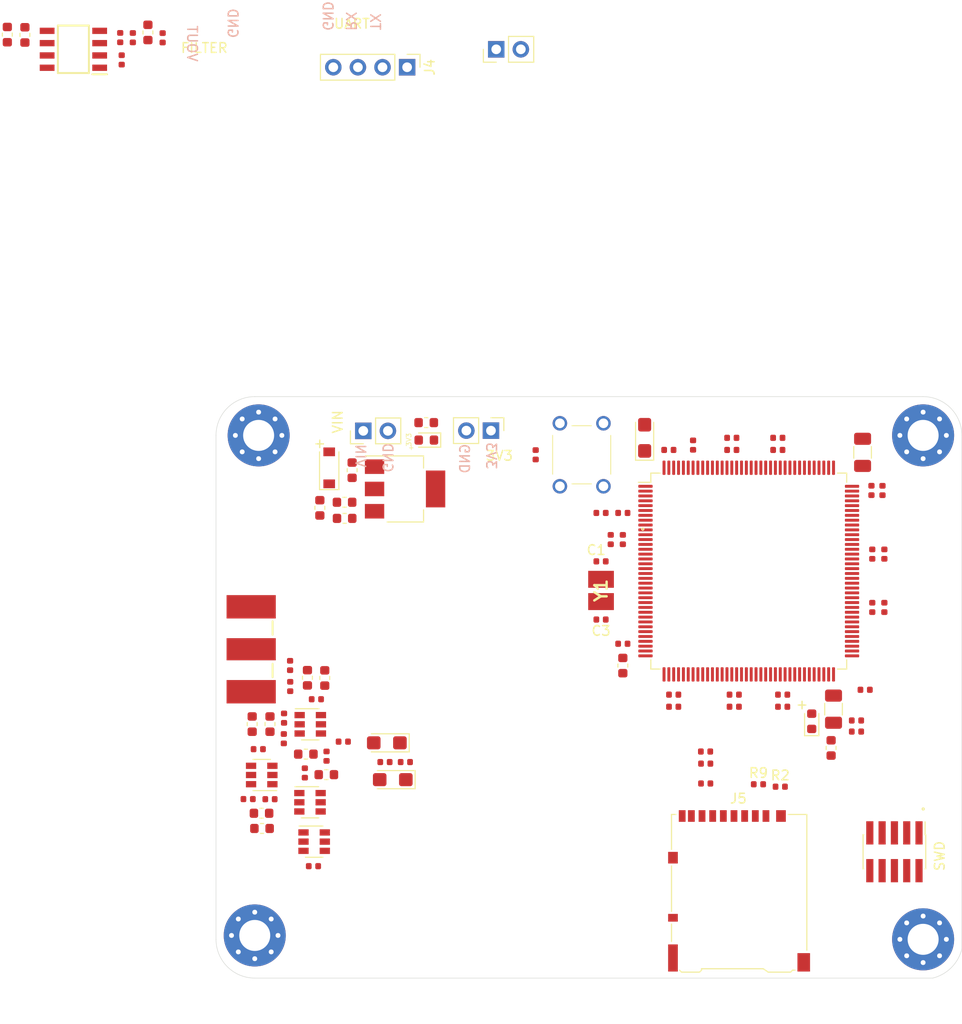
<source format=kicad_pcb>
(kicad_pcb (version 20171130) (host pcbnew "(5.1.4)-1")
  (layers (0 F.Cu signal) (1 GND power) (2 3V3 power) (31 B.Cu signal) (34 B.Paste user) (35 F.Paste user) (36 B.SilkS user) (37 F.SilkS user) (38 B.Mask user) (39 F.Mask user) (44 Edge.Cuts user))
  (net 0 "")
  (net 1 GND)
  (net 2 NRST)
  (net 3 "Net-(C30-Pad1)")
  (net 4 "Net-(C31-Pad1)")
  (net 5 "Net-(C33-Pad1)")
  (net 6 VREF+)
  (net 7 +3.3VA)
  (net 8 "Net-(C40-Pad2)")
  (net 9 "Net-(C42-Pad2)")
  (net 10 "Net-(C42-Pad1)")
  (net 11 "Net-(C43-Pad1)")
  (net 12 "Net-(C43-Pad2)")
  (net 13 "Net-(C44-Pad1)")
  (net 14 "Net-(C44-Pad2)")
  (net 15 "Net-(C45-Pad2)")
  (net 16 V_OUT)
  (net 17 "Net-(C46-Pad1)")
  (net 18 "Net-(C47-Pad1)")
  (net 19 "Net-(C48-Pad1)")
  (net 20 "Net-(C49-Pad1)")
  (net 21 "Net-(D1-Pad1)")
  (net 22 "Net-(D2-Pad1)")
  (net 23 VCC)
  (net 24 "Net-(D3-Pad2)")
  (net 25 "Net-(D3-Pad1)")
  (net 26 "Net-(F1-Pad2)")
  (net 27 "Net-(IC1-Pad1)")
  (net 28 "Net-(IC1-Pad2)")
  (net 29 "Net-(IC1-Pad5)")
  (net 30 "Net-(IC1-Pad8)")
  (net 31 SWDIO)
  (net 32 SWCLK)
  (net 33 SWO)
  (net 34 "Net-(J2-Pad7)")
  (net 35 "Net-(J2-Pad8)")
  (net 36 USART6_TX)
  (net 37 USART6_RX)
  (net 38 uSD_D2)
  (net 39 uSD_D3)
  (net 40 uSD_CMD)
  (net 41 uSD_CLK)
  (net 42 uSD_D0)
  (net 43 uSD_D1)
  (net 44 "Net-(J6-Pad2)")
  (net 45 BOOT0)
  (net 46 PDR_ON)
  (net 47 "Net-(U2-Pad1)")
  (net 48 "Net-(U2-Pad2)")
  (net 49 "Net-(U2-Pad3)")
  (net 50 "Net-(U2-Pad4)")
  (net 51 "Net-(U2-Pad5)")
  (net 52 "Net-(U2-Pad8)")
  (net 53 "Net-(U2-Pad9)")
  (net 54 "Net-(U2-Pad10)")
  (net 55 "Net-(U2-Pad11)")
  (net 56 "Net-(U2-Pad12)")
  (net 57 "Net-(U2-Pad13)")
  (net 58 "Net-(U2-Pad14)")
  (net 59 "Net-(U2-Pad15)")
  (net 60 "Net-(U2-Pad18)")
  (net 61 "Net-(U2-Pad19)")
  (net 62 "Net-(U2-Pad20)")
  (net 63 "Net-(U2-Pad21)")
  (net 64 "Net-(U2-Pad26)")
  (net 65 "Net-(U2-Pad27)")
  (net 66 "Net-(U2-Pad28)")
  (net 67 "Net-(U2-Pad29)")
  (net 68 "Net-(U2-Pad34)")
  (net 69 "Net-(U2-Pad35)")
  (net 70 "Net-(U2-Pad36)")
  (net 71 "Net-(U2-Pad37)")
  (net 72 "Net-(U2-Pad40)")
  (net 73 "Net-(U2-Pad41)")
  (net 74 "Net-(U2-Pad42)")
  (net 75 "Net-(U2-Pad43)")
  (net 76 "Net-(U2-Pad44)")
  (net 77 "Net-(U2-Pad45)")
  (net 78 "Net-(U2-Pad46)")
  (net 79 "Net-(U2-Pad47)")
  (net 80 "Net-(U2-Pad48)")
  (net 81 "Net-(U2-Pad49)")
  (net 82 "Net-(U2-Pad50)")
  (net 83 "Net-(U2-Pad53)")
  (net 84 "Net-(U2-Pad54)")
  (net 85 "Net-(U2-Pad55)")
  (net 86 "Net-(U2-Pad56)")
  (net 87 "Net-(U2-Pad57)")
  (net 88 "Net-(U2-Pad58)")
  (net 89 "Net-(U2-Pad59)")
  (net 90 "Net-(U2-Pad60)")
  (net 91 "Net-(U2-Pad63)")
  (net 92 "Net-(U2-Pad64)")
  (net 93 "Net-(U2-Pad65)")
  (net 94 "Net-(U2-Pad66)")
  (net 95 "Net-(U2-Pad67)")
  (net 96 "Net-(U2-Pad68)")
  (net 97 "Net-(U2-Pad70)")
  (net 98 "Net-(U2-Pad73)")
  (net 99 "Net-(U2-Pad74)")
  (net 100 "Net-(U2-Pad75)")
  (net 101 "Net-(U2-Pad76)")
  (net 102 "Net-(U2-Pad77)")
  (net 103 "Net-(U2-Pad78)")
  (net 104 "Net-(U2-Pad79)")
  (net 105 "Net-(U2-Pad80)")
  (net 106 "Net-(U2-Pad81)")
  (net 107 "Net-(U2-Pad82)")
  (net 108 "Net-(U2-Pad85)")
  (net 109 "Net-(U2-Pad86)")
  (net 110 "Net-(U2-Pad87)")
  (net 111 "Net-(U2-Pad88)")
  (net 112 "Net-(U2-Pad89)")
  (net 113 "Net-(U2-Pad90)")
  (net 114 "Net-(U2-Pad91)")
  (net 115 "Net-(U2-Pad92)")
  (net 116 "Net-(U2-Pad93)")
  (net 117 "Net-(U2-Pad100)")
  (net 118 "Net-(U2-Pad101)")
  (net 119 "Net-(U2-Pad102)")
  (net 120 "Net-(U2-Pad103)")
  (net 121 "Net-(U2-Pad110)")
  (net 122 "Net-(U2-Pad114)")
  (net 123 "Net-(U2-Pad115)")
  (net 124 "Net-(U2-Pad117)")
  (net 125 "Net-(U2-Pad118)")
  (net 126 "Net-(U2-Pad119)")
  (net 127 "Net-(U2-Pad122)")
  (net 128 "Net-(U2-Pad123)")
  (net 129 "Net-(U2-Pad124)")
  (net 130 "Net-(U2-Pad125)")
  (net 131 "Net-(U2-Pad126)")
  (net 132 "Net-(U2-Pad127)")
  (net 133 "Net-(U2-Pad128)")
  (net 134 "Net-(U2-Pad129)")
  (net 135 "Net-(U2-Pad132)")
  (net 136 "Net-(U2-Pad134)")
  (net 137 "Net-(U2-Pad135)")
  (net 138 "Net-(U2-Pad136)")
  (net 139 "Net-(U2-Pad137)")
  (net 140 "Net-(U2-Pad139)")
  (net 141 "Net-(U2-Pad140)")
  (net 142 "Net-(U2-Pad141)")
  (net 143 "Net-(U2-Pad142)")
  (net 144 "Net-(U3-Pad5)")
  (net 145 "Net-(U4-Pad5)")
  (net 146 "Net-(U5-Pad5)")
  (net 147 "Net-(U6-Pad5)")
  (net 148 "Net-(U2-Pad7)")
  (net 149 "Net-(U2-Pad104)")
  (net 150 "Net-(C1-Pad1)")
  (net 151 +3V3)
  (net 152 "Net-(C3-Pad1)")
  (net 153 VDIV)
  (net 154 "Net-(IC1-Pad7)")
  (module Connector_Card:microSD_HC_Hirose_DM3AT-SF-PEJM5 (layer F.Cu) (at 140 76)
    (fp_text reference J5 (at -0.075 -9.525) (layer F.SilkS))
    (fp_text value Micro_SD_Card)
    (pad 11 smd rect (at 6.675 7.375) (size 1.3 1.9) (layers F.Cu F.Paste F.Mask))
    (pad 11 smd rect (at -6.825 6.925) (size 1 2.8) (layers F.Cu F.Paste F.Mask))
    (pad 10 smd rect (at -6.825 2.775) (size 1 0.8) (layers F.Cu F.Paste F.Mask))
    (pad 11 smd rect (at -6.825 -3.425) (size 1 1.2) (layers F.Cu F.Paste F.Mask))
    (pad 11 smd rect (at 4.325 -7.725) (size 1 1.2) (layers F.Cu F.Paste F.Mask))
    (pad 7 smd rect (at -3.825 -7.725) (size 0.7 1.2) (layers F.Cu F.Paste F.Mask) (net 42 uSD_D0))
    (pad 6 smd rect (at -2.725 -7.725) (size 0.7 1.2) (layers F.Cu F.Paste F.Mask) (net 1 GND))
    (pad 5 smd rect (at -1.625 -7.725) (size 0.7 1.2) (layers F.Cu F.Paste F.Mask) (net 41 uSD_CLK))
    (pad 4 smd rect (at -0.525 -7.725) (size 0.7 1.2) (layers F.Cu F.Paste F.Mask) (net 151 +3V3))
    (pad 3 smd rect (at 0.575 -7.725) (size 0.7 1.2) (layers F.Cu F.Paste F.Mask) (net 40 uSD_CMD))
    (pad 2 smd rect (at 1.675 -7.725) (size 0.7 1.2) (layers F.Cu F.Paste F.Mask) (net 39 uSD_D3))
    (pad 1 smd rect (at 2.775 -7.725) (size 0.7 1.2) (layers F.Cu F.Paste F.Mask) (net 38 uSD_D2))
    (pad 8 smd rect (at -4.925 -7.725) (size 0.7 1.2) (layers F.Cu F.Paste F.Mask) (net 43 uSD_D1))
    (pad 9 smd rect (at -5.875 -7.725) (size 0.7 1.2) (layers F.Cu F.Paste F.Mask) (net 1 GND))
  )
  (module SamacSys_Parts:RESC3226X100N (layer F.Cu) (at 125.75 45 90)
    (fp_text reference Y1 (at 0 0 90) (layer F.SilkS) (effects (font (size 1.27 1.27) (thickness 0.254))))
    (fp_text value Crystal hide)
    (pad 2 smd rect (at 1.15 0 90) (size 1.75 2.65) (layers F.Cu F.Paste F.Mask) (net 152 "Net-(C3-Pad1)"))
    (pad 1 smd rect (at -1.15 0 90) (size 1.75 2.65) (layers F.Cu F.Paste F.Mask) (net 150 "Net-(C1-Pad1)"))
  )
  (module Resistor_SMD:R_0402_1005Metric (layer F.Cu) (at 142 65)
    (fp_text reference R9 (at 0 -1.17) (layer F.SilkS))
    (fp_text value 47k)
    (pad 2 smd roundrect (at 0.485 0) (size 0.59 0.64) (layers F.Cu F.Paste F.Mask) (net 151 +3V3))
    (pad 1 smd roundrect (at -0.485 0) (size 0.59 0.64) (layers F.Cu F.Paste F.Mask) (net 43 uSD_D1))
  )
  (module Resistor_SMD:R_0402_1005Metric (layer F.Cu) (at 144.25 65.25)
    (fp_text reference R2 (at 0 -1.17) (layer F.SilkS))
    (fp_text value 47k)
    (pad 2 smd roundrect (at 0.485 0) (size 0.59 0.64) (layers F.Cu F.Paste F.Mask) (net 151 +3V3))
    (pad 1 smd roundrect (at -0.485 0) (size 0.59 0.64) (layers F.Cu F.Paste F.Mask) (net 42 uSD_D0))
  )
  (module Connector_PinHeader_2.54mm:PinHeader_1x04_P2.54mm_Vertical (layer F.Cu) (at 105.73 -8.99 270)
    (fp_text reference J4 (at 0 -2.33 90) (layer F.SilkS))
    (fp_text value Conn_01x04)
    (pad 4 thru_hole oval (at 0 7.62 270) (size 1.7 1.7) (drill 1) (layers *.Cu *.Mask) (net 1 GND))
    (pad 3 thru_hole oval (at 0 5.08 270) (size 1.7 1.7) (drill 1) (layers *.Cu *.Mask) (net 151 +3V3))
    (pad 2 thru_hole oval (at 0 2.54 270) (size 1.7 1.7) (drill 1) (layers *.Cu *.Mask) (net 37 USART6_RX))
    (pad 1 thru_hole rect (at 0 0 270) (size 1.7 1.7) (drill 1) (layers *.Cu *.Mask) (net 36 USART6_TX))
  )
  (module Capacitor_SMD:C_0402_1005Metric (layer F.Cu) (at 125.75 48 180)
    (fp_text reference C3 (at 0 -1.17) (layer F.SilkS))
    (fp_text value 4.3p)
    (pad 2 smd roundrect (at 0.485 0 180) (size 0.59 0.64) (layers F.Cu F.Paste F.Mask) (net 1 GND))
    (pad 1 smd roundrect (at -0.485 0 180) (size 0.59 0.64) (layers F.Cu F.Paste F.Mask) (net 152 "Net-(C3-Pad1)"))
  )
  (module Capacitor_SMD:C_0402_1005Metric (layer F.Cu) (at 125.75 42)
    (fp_text reference C1 (at -0.5 -1.17) (layer F.SilkS))
    (fp_text value 4.3p)
    (pad 2 smd roundrect (at 0.485 0) (size 0.59 0.64) (layers F.Cu F.Paste F.Mask) (net 1 GND))
    (pad 1 smd roundrect (at -0.485 0) (size 0.59 0.64) (layers F.Cu F.Paste F.Mask) (net 150 "Net-(C1-Pad1)"))
  )
  (module Resistor_SMD:R_0402_1005Metric (layer F.Cu) (at 136.54 61.62 180)
    (fp_text reference R8 hide)
    (fp_text value 47k)
    (pad 2 smd roundrect (at 0.485 0 180) (size 0.59 0.64) (layers F.Cu F.Paste F.Mask) (net 151 +3V3))
    (pad 1 smd roundrect (at -0.485 0 180) (size 0.59 0.64) (layers F.Cu F.Paste F.Mask) (net 40 uSD_CMD))
  )
  (module Resistor_SMD:R_0402_1005Metric (layer F.Cu) (at 136.555 62.87 180)
    (fp_text reference R7 hide)
    (fp_text value 47k)
    (pad 2 smd roundrect (at 0.485 0 180) (size 0.59 0.64) (layers F.Cu F.Paste F.Mask) (net 151 +3V3))
    (pad 1 smd roundrect (at -0.485 0 180) (size 0.59 0.64) (layers F.Cu F.Paste F.Mask) (net 39 uSD_D3))
  )
  (module Resistor_SMD:R_0402_1005Metric (layer F.Cu) (at 136.555 64.92 180)
    (fp_text reference R6 hide)
    (fp_text value 47k)
    (pad 2 smd roundrect (at 0.485 0 180) (size 0.59 0.64) (layers F.Cu F.Paste F.Mask) (net 151 +3V3))
    (pad 1 smd roundrect (at -0.485 0 180) (size 0.59 0.64) (layers F.Cu F.Paste F.Mask) (net 38 uSD_D2))
  )
  (module Capacitor_SMD:C_0603_1608Metric (layer F.Cu) (at 95.27378 61.89034)
    (fp_text reference C49 hide)
    (fp_text value 1n)
    (pad 1 smd roundrect (at -0.7875 0) (size 0.875 0.95) (layers F.Cu F.Paste F.Mask) (net 20 "Net-(C49-Pad1)"))
    (pad 2 smd roundrect (at 0.7875 0) (size 0.875 0.95) (layers F.Cu F.Paste F.Mask) (net 15 "Net-(C45-Pad2)"))
  )
  (module Package_QFP:LQFP-144_20x20mm_P0.5mm (layer F.Cu) (at 141 43)
    (fp_text reference U2 hide)
    (fp_text value STM32F746ZGT6)
    (pad 1 smd roundrect (at -10.6625 -8.75) (size 1.475 0.3) (layers F.Cu F.Paste F.Mask) (net 47 "Net-(U2-Pad1)"))
    (pad 2 smd roundrect (at -10.6625 -8.25) (size 1.475 0.3) (layers F.Cu F.Paste F.Mask) (net 48 "Net-(U2-Pad2)"))
    (pad 3 smd roundrect (at -10.6625 -7.75) (size 1.475 0.3) (layers F.Cu F.Paste F.Mask) (net 49 "Net-(U2-Pad3)"))
    (pad 4 smd roundrect (at -10.6625 -7.25) (size 1.475 0.3) (layers F.Cu F.Paste F.Mask) (net 50 "Net-(U2-Pad4)"))
    (pad 5 smd roundrect (at -10.6625 -6.75) (size 1.475 0.3) (layers F.Cu F.Paste F.Mask) (net 51 "Net-(U2-Pad5)"))
    (pad 6 smd roundrect (at -10.6625 -6.25) (size 1.475 0.3) (layers F.Cu F.Paste F.Mask) (net 151 +3V3))
    (pad 7 smd roundrect (at -10.6625 -5.75) (size 1.475 0.3) (layers F.Cu F.Paste F.Mask) (net 148 "Net-(U2-Pad7)"))
    (pad 8 smd roundrect (at -10.6625 -5.25) (size 1.475 0.3) (layers F.Cu F.Paste F.Mask) (net 52 "Net-(U2-Pad8)"))
    (pad 9 smd roundrect (at -10.6625 -4.75) (size 1.475 0.3) (layers F.Cu F.Paste F.Mask) (net 53 "Net-(U2-Pad9)"))
    (pad 10 smd roundrect (at -10.6625 -4.25) (size 1.475 0.3) (layers F.Cu F.Paste F.Mask) (net 54 "Net-(U2-Pad10)"))
    (pad 11 smd roundrect (at -10.6625 -3.75) (size 1.475 0.3) (layers F.Cu F.Paste F.Mask) (net 55 "Net-(U2-Pad11)"))
    (pad 12 smd roundrect (at -10.6625 -3.25) (size 1.475 0.3) (layers F.Cu F.Paste F.Mask) (net 56 "Net-(U2-Pad12)"))
    (pad 13 smd roundrect (at -10.6625 -2.75) (size 1.475 0.3) (layers F.Cu F.Paste F.Mask) (net 57 "Net-(U2-Pad13)"))
    (pad 14 smd roundrect (at -10.6625 -2.25) (size 1.475 0.3) (layers F.Cu F.Paste F.Mask) (net 58 "Net-(U2-Pad14)"))
    (pad 15 smd roundrect (at -10.6625 -1.75) (size 1.475 0.3) (layers F.Cu F.Paste F.Mask) (net 59 "Net-(U2-Pad15)"))
    (pad 16 smd roundrect (at -10.6625 -1.25) (size 1.475 0.3) (layers F.Cu F.Paste F.Mask) (net 1 GND))
    (pad 17 smd roundrect (at -10.6625 -0.75) (size 1.475 0.3) (layers F.Cu F.Paste F.Mask) (net 151 +3V3))
    (pad 18 smd roundrect (at -10.6625 -0.25) (size 1.475 0.3) (layers F.Cu F.Paste F.Mask) (net 60 "Net-(U2-Pad18)"))
    (pad 19 smd roundrect (at -10.6625 0.25) (size 1.475 0.3) (layers F.Cu F.Paste F.Mask) (net 61 "Net-(U2-Pad19)"))
    (pad 20 smd roundrect (at -10.6625 0.75) (size 1.475 0.3) (layers F.Cu F.Paste F.Mask) (net 62 "Net-(U2-Pad20)"))
    (pad 21 smd roundrect (at -10.6625 1.25) (size 1.475 0.3) (layers F.Cu F.Paste F.Mask) (net 63 "Net-(U2-Pad21)"))
    (pad 22 smd roundrect (at -10.6625 1.75) (size 1.475 0.3) (layers F.Cu F.Paste F.Mask) (net 16 V_OUT))
    (pad 23 smd roundrect (at -10.6625 2.25) (size 1.475 0.3) (layers F.Cu F.Paste F.Mask) (net 150 "Net-(C1-Pad1)"))
    (pad 24 smd roundrect (at -10.6625 2.75) (size 1.475 0.3) (layers F.Cu F.Paste F.Mask) (net 152 "Net-(C3-Pad1)"))
    (pad 25 smd roundrect (at -10.6625 3.25) (size 1.475 0.3) (layers F.Cu F.Paste F.Mask) (net 2 NRST))
    (pad 26 smd roundrect (at -10.6625 3.75) (size 1.475 0.3) (layers F.Cu F.Paste F.Mask) (net 64 "Net-(U2-Pad26)"))
    (pad 27 smd roundrect (at -10.6625 4.25) (size 1.475 0.3) (layers F.Cu F.Paste F.Mask) (net 65 "Net-(U2-Pad27)"))
    (pad 28 smd roundrect (at -10.6625 4.75) (size 1.475 0.3) (layers F.Cu F.Paste F.Mask) (net 66 "Net-(U2-Pad28)"))
    (pad 29 smd roundrect (at -10.6625 5.25) (size 1.475 0.3) (layers F.Cu F.Paste F.Mask) (net 67 "Net-(U2-Pad29)"))
    (pad 30 smd roundrect (at -10.6625 5.75) (size 1.475 0.3) (layers F.Cu F.Paste F.Mask) (net 151 +3V3))
    (pad 31 smd roundrect (at -10.6625 6.25) (size 1.475 0.3) (layers F.Cu F.Paste F.Mask) (net 1 GND))
    (pad 32 smd roundrect (at -10.6625 6.75) (size 1.475 0.3) (layers F.Cu F.Paste F.Mask) (net 6 VREF+))
    (pad 33 smd roundrect (at -10.6625 7.25) (size 1.475 0.3) (layers F.Cu F.Paste F.Mask) (net 7 +3.3VA))
    (pad 34 smd roundrect (at -10.6625 7.75) (size 1.475 0.3) (layers F.Cu F.Paste F.Mask) (net 68 "Net-(U2-Pad34)"))
    (pad 35 smd roundrect (at -10.6625 8.25) (size 1.475 0.3) (layers F.Cu F.Paste F.Mask) (net 69 "Net-(U2-Pad35)"))
    (pad 36 smd roundrect (at -10.6625 8.75) (size 1.475 0.3) (layers F.Cu F.Paste F.Mask) (net 70 "Net-(U2-Pad36)"))
    (pad 37 smd roundrect (at -8.75 10.6625) (size 0.3 1.475) (layers F.Cu F.Paste F.Mask) (net 71 "Net-(U2-Pad37)"))
    (pad 38 smd roundrect (at -8.25 10.6625) (size 0.3 1.475) (layers F.Cu F.Paste F.Mask) (net 1 GND))
    (pad 39 smd roundrect (at -7.75 10.6625) (size 0.3 1.475) (layers F.Cu F.Paste F.Mask) (net 151 +3V3))
    (pad 40 smd roundrect (at -7.25 10.6625) (size 0.3 1.475) (layers F.Cu F.Paste F.Mask) (net 72 "Net-(U2-Pad40)"))
    (pad 41 smd roundrect (at -6.75 10.6625) (size 0.3 1.475) (layers F.Cu F.Paste F.Mask) (net 73 "Net-(U2-Pad41)"))
    (pad 42 smd roundrect (at -6.25 10.6625) (size 0.3 1.475) (layers F.Cu F.Paste F.Mask) (net 74 "Net-(U2-Pad42)"))
    (pad 43 smd roundrect (at -5.75 10.6625) (size 0.3 1.475) (layers F.Cu F.Paste F.Mask) (net 75 "Net-(U2-Pad43)"))
    (pad 44 smd roundrect (at -5.25 10.6625) (size 0.3 1.475) (layers F.Cu F.Paste F.Mask) (net 76 "Net-(U2-Pad44)"))
    (pad 45 smd roundrect (at -4.75 10.6625) (size 0.3 1.475) (layers F.Cu F.Paste F.Mask) (net 77 "Net-(U2-Pad45)"))
    (pad 46 smd roundrect (at -4.25 10.6625) (size 0.3 1.475) (layers F.Cu F.Paste F.Mask) (net 78 "Net-(U2-Pad46)"))
    (pad 47 smd roundrect (at -3.75 10.6625) (size 0.3 1.475) (layers F.Cu F.Paste F.Mask) (net 79 "Net-(U2-Pad47)"))
    (pad 48 smd roundrect (at -3.25 10.6625) (size 0.3 1.475) (layers F.Cu F.Paste F.Mask) (net 80 "Net-(U2-Pad48)"))
    (pad 49 smd roundrect (at -2.75 10.6625) (size 0.3 1.475) (layers F.Cu F.Paste F.Mask) (net 81 "Net-(U2-Pad49)"))
    (pad 50 smd roundrect (at -2.25 10.6625) (size 0.3 1.475) (layers F.Cu F.Paste F.Mask) (net 82 "Net-(U2-Pad50)"))
    (pad 51 smd roundrect (at -1.75 10.6625) (size 0.3 1.475) (layers F.Cu F.Paste F.Mask) (net 1 GND))
    (pad 52 smd roundrect (at -1.25 10.6625) (size 0.3 1.475) (layers F.Cu F.Paste F.Mask) (net 151 +3V3))
    (pad 53 smd roundrect (at -0.75 10.6625) (size 0.3 1.475) (layers F.Cu F.Paste F.Mask) (net 83 "Net-(U2-Pad53)"))
    (pad 54 smd roundrect (at -0.25 10.6625) (size 0.3 1.475) (layers F.Cu F.Paste F.Mask) (net 84 "Net-(U2-Pad54)"))
    (pad 55 smd roundrect (at 0.25 10.6625) (size 0.3 1.475) (layers F.Cu F.Paste F.Mask) (net 85 "Net-(U2-Pad55)"))
    (pad 56 smd roundrect (at 0.75 10.6625) (size 0.3 1.475) (layers F.Cu F.Paste F.Mask) (net 86 "Net-(U2-Pad56)"))
    (pad 57 smd roundrect (at 1.25 10.6625) (size 0.3 1.475) (layers F.Cu F.Paste F.Mask) (net 87 "Net-(U2-Pad57)"))
    (pad 58 smd roundrect (at 1.75 10.6625) (size 0.3 1.475) (layers F.Cu F.Paste F.Mask) (net 88 "Net-(U2-Pad58)"))
    (pad 59 smd roundrect (at 2.25 10.6625) (size 0.3 1.475) (layers F.Cu F.Paste F.Mask) (net 89 "Net-(U2-Pad59)"))
    (pad 60 smd roundrect (at 2.75 10.6625) (size 0.3 1.475) (layers F.Cu F.Paste F.Mask) (net 90 "Net-(U2-Pad60)"))
    (pad 61 smd roundrect (at 3.25 10.6625) (size 0.3 1.475) (layers F.Cu F.Paste F.Mask) (net 1 GND))
    (pad 62 smd roundrect (at 3.75 10.6625) (size 0.3 1.475) (layers F.Cu F.Paste F.Mask) (net 151 +3V3))
    (pad 63 smd roundrect (at 4.25 10.6625) (size 0.3 1.475) (layers F.Cu F.Paste F.Mask) (net 91 "Net-(U2-Pad63)"))
    (pad 64 smd roundrect (at 4.75 10.6625) (size 0.3 1.475) (layers F.Cu F.Paste F.Mask) (net 92 "Net-(U2-Pad64)"))
    (pad 65 smd roundrect (at 5.25 10.6625) (size 0.3 1.475) (layers F.Cu F.Paste F.Mask) (net 93 "Net-(U2-Pad65)"))
    (pad 66 smd roundrect (at 5.75 10.6625) (size 0.3 1.475) (layers F.Cu F.Paste F.Mask) (net 94 "Net-(U2-Pad66)"))
    (pad 67 smd roundrect (at 6.25 10.6625) (size 0.3 1.475) (layers F.Cu F.Paste F.Mask) (net 95 "Net-(U2-Pad67)"))
    (pad 68 smd roundrect (at 6.75 10.6625) (size 0.3 1.475) (layers F.Cu F.Paste F.Mask) (net 96 "Net-(U2-Pad68)"))
    (pad 69 smd roundrect (at 7.25 10.6625) (size 0.3 1.475) (layers F.Cu F.Paste F.Mask) (net 24 "Net-(D3-Pad2)"))
    (pad 70 smd roundrect (at 7.75 10.6625) (size 0.3 1.475) (layers F.Cu F.Paste F.Mask) (net 97 "Net-(U2-Pad70)"))
    (pad 71 smd roundrect (at 8.25 10.6625) (size 0.3 1.475) (layers F.Cu F.Paste F.Mask) (net 3 "Net-(C30-Pad1)"))
    (pad 72 smd roundrect (at 8.75 10.6625) (size 0.3 1.475) (layers F.Cu F.Paste F.Mask) (net 151 +3V3))
    (pad 73 smd roundrect (at 10.6625 8.75) (size 1.475 0.3) (layers F.Cu F.Paste F.Mask) (net 98 "Net-(U2-Pad73)"))
    (pad 74 smd roundrect (at 10.6625 8.25) (size 1.475 0.3) (layers F.Cu F.Paste F.Mask) (net 99 "Net-(U2-Pad74)"))
    (pad 75 smd roundrect (at 10.6625 7.75) (size 1.475 0.3) (layers F.Cu F.Paste F.Mask) (net 100 "Net-(U2-Pad75)"))
    (pad 76 smd roundrect (at 10.6625 7.25) (size 1.475 0.3) (layers F.Cu F.Paste F.Mask) (net 101 "Net-(U2-Pad76)"))
    (pad 77 smd roundrect (at 10.6625 6.75) (size 1.475 0.3) (layers F.Cu F.Paste F.Mask) (net 102 "Net-(U2-Pad77)"))
    (pad 78 smd roundrect (at 10.6625 6.25) (size 1.475 0.3) (layers F.Cu F.Paste F.Mask) (net 103 "Net-(U2-Pad78)"))
    (pad 79 smd roundrect (at 10.6625 5.75) (size 1.475 0.3) (layers F.Cu F.Paste F.Mask) (net 104 "Net-(U2-Pad79)"))
    (pad 80 smd roundrect (at 10.6625 5.25) (size 1.475 0.3) (layers F.Cu F.Paste F.Mask) (net 105 "Net-(U2-Pad80)"))
    (pad 81 smd roundrect (at 10.6625 4.75) (size 1.475 0.3) (layers F.Cu F.Paste F.Mask) (net 106 "Net-(U2-Pad81)"))
    (pad 82 smd roundrect (at 10.6625 4.25) (size 1.475 0.3) (layers F.Cu F.Paste F.Mask) (net 107 "Net-(U2-Pad82)"))
    (pad 83 smd roundrect (at 10.6625 3.75) (size 1.475 0.3) (layers F.Cu F.Paste F.Mask) (net 1 GND))
    (pad 84 smd roundrect (at 10.6625 3.25) (size 1.475 0.3) (layers F.Cu F.Paste F.Mask) (net 151 +3V3))
    (pad 85 smd roundrect (at 10.6625 2.75) (size 1.475 0.3) (layers F.Cu F.Paste F.Mask) (net 108 "Net-(U2-Pad85)"))
    (pad 86 smd roundrect (at 10.6625 2.25) (size 1.475 0.3) (layers F.Cu F.Paste F.Mask) (net 109 "Net-(U2-Pad86)"))
    (pad 87 smd roundrect (at 10.6625 1.75) (size 1.475 0.3) (layers F.Cu F.Paste F.Mask) (net 110 "Net-(U2-Pad87)"))
    (pad 88 smd roundrect (at 10.6625 1.25) (size 1.475 0.3) (layers F.Cu F.Paste F.Mask) (net 111 "Net-(U2-Pad88)"))
    (pad 89 smd roundrect (at 10.6625 0.75) (size 1.475 0.3) (layers F.Cu F.Paste F.Mask) (net 112 "Net-(U2-Pad89)"))
    (pad 90 smd roundrect (at 10.6625 0.25) (size 1.475 0.3) (layers F.Cu F.Paste F.Mask) (net 113 "Net-(U2-Pad90)"))
    (pad 91 smd roundrect (at 10.6625 -0.25) (size 1.475 0.3) (layers F.Cu F.Paste F.Mask) (net 114 "Net-(U2-Pad91)"))
    (pad 92 smd roundrect (at 10.6625 -0.75) (size 1.475 0.3) (layers F.Cu F.Paste F.Mask) (net 115 "Net-(U2-Pad92)"))
    (pad 93 smd roundrect (at 10.6625 -1.25) (size 1.475 0.3) (layers F.Cu F.Paste F.Mask) (net 116 "Net-(U2-Pad93)"))
    (pad 94 smd roundrect (at 10.6625 -1.75) (size 1.475 0.3) (layers F.Cu F.Paste F.Mask) (net 1 GND))
    (pad 95 smd roundrect (at 10.6625 -2.25) (size 1.475 0.3) (layers F.Cu F.Paste F.Mask) (net 151 +3V3))
    (pad 96 smd roundrect (at 10.6625 -2.75) (size 1.475 0.3) (layers F.Cu F.Paste F.Mask) (net 36 USART6_TX))
    (pad 97 smd roundrect (at 10.6625 -3.25) (size 1.475 0.3) (layers F.Cu F.Paste F.Mask) (net 37 USART6_RX))
    (pad 98 smd roundrect (at 10.6625 -3.75) (size 1.475 0.3) (layers F.Cu F.Paste F.Mask) (net 42 uSD_D0))
    (pad 99 smd roundrect (at 10.6625 -4.25) (size 1.475 0.3) (layers F.Cu F.Paste F.Mask) (net 43 uSD_D1))
    (pad 100 smd roundrect (at 10.6625 -4.75) (size 1.475 0.3) (layers F.Cu F.Paste F.Mask) (net 117 "Net-(U2-Pad100)"))
    (pad 101 smd roundrect (at 10.6625 -5.25) (size 1.475 0.3) (layers F.Cu F.Paste F.Mask) (net 118 "Net-(U2-Pad101)"))
    (pad 102 smd roundrect (at 10.6625 -5.75) (size 1.475 0.3) (layers F.Cu F.Paste F.Mask) (net 119 "Net-(U2-Pad102)"))
    (pad 103 smd roundrect (at 10.6625 -6.25) (size 1.475 0.3) (layers F.Cu F.Paste F.Mask) (net 120 "Net-(U2-Pad103)"))
    (pad 104 smd roundrect (at 10.6625 -6.75) (size 1.475 0.3) (layers F.Cu F.Paste F.Mask) (net 149 "Net-(U2-Pad104)"))
    (pad 105 smd roundrect (at 10.6625 -7.25) (size 1.475 0.3) (layers F.Cu F.Paste F.Mask) (net 31 SWDIO))
    (pad 106 smd roundrect (at 10.6625 -7.75) (size 1.475 0.3) (layers F.Cu F.Paste F.Mask) (net 5 "Net-(C33-Pad1)"))
    (pad 107 smd roundrect (at 10.6625 -8.25) (size 1.475 0.3) (layers F.Cu F.Paste F.Mask) (net 1 GND))
    (pad 108 smd roundrect (at 10.6625 -8.75) (size 1.475 0.3) (layers F.Cu F.Paste F.Mask) (net 151 +3V3))
    (pad 109 smd roundrect (at 8.75 -10.6625) (size 0.3 1.475) (layers F.Cu F.Paste F.Mask) (net 32 SWCLK))
    (pad 110 smd roundrect (at 8.25 -10.6625) (size 0.3 1.475) (layers F.Cu F.Paste F.Mask) (net 121 "Net-(U2-Pad110)"))
    (pad 111 smd roundrect (at 7.75 -10.6625) (size 0.3 1.475) (layers F.Cu F.Paste F.Mask) (net 38 uSD_D2))
    (pad 112 smd roundrect (at 7.25 -10.6625) (size 0.3 1.475) (layers F.Cu F.Paste F.Mask) (net 39 uSD_D3))
    (pad 113 smd roundrect (at 6.75 -10.6625) (size 0.3 1.475) (layers F.Cu F.Paste F.Mask) (net 41 uSD_CLK))
    (pad 114 smd roundrect (at 6.25 -10.6625) (size 0.3 1.475) (layers F.Cu F.Paste F.Mask) (net 122 "Net-(U2-Pad114)"))
    (pad 115 smd roundrect (at 5.75 -10.6625) (size 0.3 1.475) (layers F.Cu F.Paste F.Mask) (net 123 "Net-(U2-Pad115)"))
    (pad 116 smd roundrect (at 5.25 -10.6625) (size 0.3 1.475) (layers F.Cu F.Paste F.Mask) (net 40 uSD_CMD))
    (pad 117 smd roundrect (at 4.75 -10.6625) (size 0.3 1.475) (layers F.Cu F.Paste F.Mask) (net 124 "Net-(U2-Pad117)"))
    (pad 118 smd roundrect (at 4.25 -10.6625) (size 0.3 1.475) (layers F.Cu F.Paste F.Mask) (net 125 "Net-(U2-Pad118)"))
    (pad 119 smd roundrect (at 3.75 -10.6625) (size 0.3 1.475) (layers F.Cu F.Paste F.Mask) (net 126 "Net-(U2-Pad119)"))
    (pad 120 smd roundrect (at 3.25 -10.6625) (size 0.3 1.475) (layers F.Cu F.Paste F.Mask) (net 1 GND))
    (pad 121 smd roundrect (at 2.75 -10.6625) (size 0.3 1.475) (layers F.Cu F.Paste F.Mask) (net 151 +3V3))
    (pad 122 smd roundrect (at 2.25 -10.6625) (size 0.3 1.475) (layers F.Cu F.Paste F.Mask) (net 127 "Net-(U2-Pad122)"))
    (pad 123 smd roundrect (at 1.75 -10.6625) (size 0.3 1.475) (layers F.Cu F.Paste F.Mask) (net 128 "Net-(U2-Pad123)"))
    (pad 124 smd roundrect (at 1.25 -10.6625) (size 0.3 1.475) (layers F.Cu F.Paste F.Mask) (net 129 "Net-(U2-Pad124)"))
    (pad 125 smd roundrect (at 0.75 -10.6625) (size 0.3 1.475) (layers F.Cu F.Paste F.Mask) (net 130 "Net-(U2-Pad125)"))
    (pad 126 smd roundrect (at 0.25 -10.6625) (size 0.3 1.475) (layers F.Cu F.Paste F.Mask) (net 131 "Net-(U2-Pad126)"))
    (pad 127 smd roundrect (at -0.25 -10.6625) (size 0.3 1.475) (layers F.Cu F.Paste F.Mask) (net 132 "Net-(U2-Pad127)"))
    (pad 128 smd roundrect (at -0.75 -10.6625) (size 0.3 1.475) (layers F.Cu F.Paste F.Mask) (net 133 "Net-(U2-Pad128)"))
    (pad 129 smd roundrect (at -1.25 -10.6625) (size 0.3 1.475) (layers F.Cu F.Paste F.Mask) (net 134 "Net-(U2-Pad129)"))
    (pad 130 smd roundrect (at -1.75 -10.6625) (size 0.3 1.475) (layers F.Cu F.Paste F.Mask) (net 1 GND))
    (pad 131 smd roundrect (at -2.25 -10.6625) (size 0.3 1.475) (layers F.Cu F.Paste F.Mask) (net 151 +3V3))
    (pad 132 smd roundrect (at -2.75 -10.6625) (size 0.3 1.475) (layers F.Cu F.Paste F.Mask) (net 135 "Net-(U2-Pad132)"))
    (pad 133 smd roundrect (at -3.25 -10.6625) (size 0.3 1.475) (layers F.Cu F.Paste F.Mask) (net 33 SWO))
    (pad 134 smd roundrect (at -3.75 -10.6625) (size 0.3 1.475) (layers F.Cu F.Paste F.Mask) (net 136 "Net-(U2-Pad134)"))
    (pad 135 smd roundrect (at -4.25 -10.6625) (size 0.3 1.475) (layers F.Cu F.Paste F.Mask) (net 137 "Net-(U2-Pad135)"))
    (pad 136 smd roundrect (at -4.75 -10.6625) (size 0.3 1.475) (layers F.Cu F.Paste F.Mask) (net 138 "Net-(U2-Pad136)"))
    (pad 137 smd roundrect (at -5.25 -10.6625) (size 0.3 1.475) (layers F.Cu F.Paste F.Mask) (net 139 "Net-(U2-Pad137)"))
    (pad 138 smd roundrect (at -5.75 -10.6625) (size 0.3 1.475) (layers F.Cu F.Paste F.Mask) (net 45 BOOT0))
    (pad 139 smd roundrect (at -6.25 -10.6625) (size 0.3 1.475) (layers F.Cu F.Paste F.Mask) (net 140 "Net-(U2-Pad139)"))
    (pad 140 smd roundrect (at -6.75 -10.6625) (size 0.3 1.475) (layers F.Cu F.Paste F.Mask) (net 141 "Net-(U2-Pad140)"))
    (pad 141 smd roundrect (at -7.25 -10.6625) (size 0.3 1.475) (layers F.Cu F.Paste F.Mask) (net 142 "Net-(U2-Pad141)"))
    (pad 142 smd roundrect (at -7.75 -10.6625) (size 0.3 1.475) (layers F.Cu F.Paste F.Mask) (net 143 "Net-(U2-Pad142)"))
    (pad 143 smd roundrect (at -8.25 -10.6625) (size 0.3 1.475) (layers F.Cu F.Paste F.Mask) (net 46 PDR_ON))
    (pad 144 smd roundrect (at -8.75 -10.6625) (size 0.3 1.475) (layers F.Cu F.Paste F.Mask) (net 151 +3V3))
  )
  (module MountingHole:MountingHole_3.2mm_M3_Pad_Via (layer F.Cu) (at 159 29)
    (fp_text reference H4 hide)
    (fp_text value MountingHole_Pad)
    (pad 1 thru_hole circle (at 1.697056 -1.697056) (size 0.8 0.8) (drill 0.5) (layers *.Cu *.Mask) (net 1 GND))
    (pad 1 thru_hole circle (at 0 -2.4) (size 0.8 0.8) (drill 0.5) (layers *.Cu *.Mask) (net 1 GND))
    (pad 1 thru_hole circle (at -1.697056 -1.697056) (size 0.8 0.8) (drill 0.5) (layers *.Cu *.Mask) (net 1 GND))
    (pad 1 thru_hole circle (at -2.4 0) (size 0.8 0.8) (drill 0.5) (layers *.Cu *.Mask) (net 1 GND))
    (pad 1 thru_hole circle (at -1.697056 1.697056) (size 0.8 0.8) (drill 0.5) (layers *.Cu *.Mask) (net 1 GND))
    (pad 1 thru_hole circle (at 0 2.4) (size 0.8 0.8) (drill 0.5) (layers *.Cu *.Mask) (net 1 GND))
    (pad 1 thru_hole circle (at 1.697056 1.697056) (size 0.8 0.8) (drill 0.5) (layers *.Cu *.Mask) (net 1 GND))
    (pad 1 thru_hole circle (at 2.4 0) (size 0.8 0.8) (drill 0.5) (layers *.Cu *.Mask) (net 1 GND))
    (pad 1 thru_hole circle (at 0 0) (size 6.4 6.4) (drill 3.2) (layers *.Cu *.Mask) (net 1 GND))
  )
  (module MountingHole:MountingHole_3.2mm_M3_Pad_Via (layer F.Cu) (at 90.4 29)
    (fp_text reference H3 hide)
    (fp_text value MountingHole_Pad)
    (pad 1 thru_hole circle (at 1.697056 -1.697056) (size 0.8 0.8) (drill 0.5) (layers *.Cu *.Mask) (net 1 GND))
    (pad 1 thru_hole circle (at 0 -2.4) (size 0.8 0.8) (drill 0.5) (layers *.Cu *.Mask) (net 1 GND))
    (pad 1 thru_hole circle (at -1.697056 -1.697056) (size 0.8 0.8) (drill 0.5) (layers *.Cu *.Mask) (net 1 GND))
    (pad 1 thru_hole circle (at -2.4 0) (size 0.8 0.8) (drill 0.5) (layers *.Cu *.Mask) (net 1 GND))
    (pad 1 thru_hole circle (at -1.697056 1.697056) (size 0.8 0.8) (drill 0.5) (layers *.Cu *.Mask) (net 1 GND))
    (pad 1 thru_hole circle (at 0 2.4) (size 0.8 0.8) (drill 0.5) (layers *.Cu *.Mask) (net 1 GND))
    (pad 1 thru_hole circle (at 1.697056 1.697056) (size 0.8 0.8) (drill 0.5) (layers *.Cu *.Mask) (net 1 GND))
    (pad 1 thru_hole circle (at 2.4 0) (size 0.8 0.8) (drill 0.5) (layers *.Cu *.Mask) (net 1 GND))
    (pad 1 thru_hole circle (at 0 0) (size 6.4 6.4) (drill 3.2) (layers *.Cu *.Mask) (net 1 GND))
  )
  (module MountingHole:MountingHole_3.2mm_M3_Pad_Via (layer F.Cu) (at 90 80.6)
    (fp_text reference H2 hide)
    (fp_text value MountingHole_Pad)
    (pad 1 thru_hole circle (at 1.697056 -1.697056) (size 0.8 0.8) (drill 0.5) (layers *.Cu *.Mask) (net 1 GND))
    (pad 1 thru_hole circle (at 0 -2.4) (size 0.8 0.8) (drill 0.5) (layers *.Cu *.Mask) (net 1 GND))
    (pad 1 thru_hole circle (at -1.697056 -1.697056) (size 0.8 0.8) (drill 0.5) (layers *.Cu *.Mask) (net 1 GND))
    (pad 1 thru_hole circle (at -2.4 0) (size 0.8 0.8) (drill 0.5) (layers *.Cu *.Mask) (net 1 GND))
    (pad 1 thru_hole circle (at -1.697056 1.697056) (size 0.8 0.8) (drill 0.5) (layers *.Cu *.Mask) (net 1 GND))
    (pad 1 thru_hole circle (at 0 2.4) (size 0.8 0.8) (drill 0.5) (layers *.Cu *.Mask) (net 1 GND))
    (pad 1 thru_hole circle (at 1.697056 1.697056) (size 0.8 0.8) (drill 0.5) (layers *.Cu *.Mask) (net 1 GND))
    (pad 1 thru_hole circle (at 2.4 0) (size 0.8 0.8) (drill 0.5) (layers *.Cu *.Mask) (net 1 GND))
    (pad 1 thru_hole circle (at 0 0) (size 6.4 6.4) (drill 3.2) (layers *.Cu *.Mask) (net 1 GND))
  )
  (module MountingHole:MountingHole_3.2mm_M3_Pad_Via (layer F.Cu) (at 159 81)
    (fp_text reference H1 hide)
    (fp_text value MountingHole_Pad)
    (pad 1 thru_hole circle (at 1.697056 -1.697056) (size 0.8 0.8) (drill 0.5) (layers *.Cu *.Mask) (net 1 GND))
    (pad 1 thru_hole circle (at 0 -2.4) (size 0.8 0.8) (drill 0.5) (layers *.Cu *.Mask) (net 1 GND))
    (pad 1 thru_hole circle (at -1.697056 -1.697056) (size 0.8 0.8) (drill 0.5) (layers *.Cu *.Mask) (net 1 GND))
    (pad 1 thru_hole circle (at -2.4 0) (size 0.8 0.8) (drill 0.5) (layers *.Cu *.Mask) (net 1 GND))
    (pad 1 thru_hole circle (at -1.697056 1.697056) (size 0.8 0.8) (drill 0.5) (layers *.Cu *.Mask) (net 1 GND))
    (pad 1 thru_hole circle (at 0 2.4) (size 0.8 0.8) (drill 0.5) (layers *.Cu *.Mask) (net 1 GND))
    (pad 1 thru_hole circle (at 1.697056 1.697056) (size 0.8 0.8) (drill 0.5) (layers *.Cu *.Mask) (net 1 GND))
    (pad 1 thru_hole circle (at 2.4 0) (size 0.8 0.8) (drill 0.5) (layers *.Cu *.Mask) (net 1 GND))
    (pad 1 thru_hole circle (at 0 0) (size 6.4 6.4) (drill 3.2) (layers *.Cu *.Mask) (net 1 GND))
  )
  (module Capacitor_Tantalum_SMD:CP_EIA-3216-18_Kemet-A (layer F.Cu) (at 130.25 29.25 90)
    (fp_text reference C2)
    (fp_text value 4.7u)
    (pad 2 smd roundrect (at 1.35 0 90) (size 1.4 1.35) (layers F.Cu F.Paste F.Mask) (roundrect_rratio 0.185185) (net 1 GND))
    (pad 1 smd roundrect (at -1.35 0 90) (size 1.4 1.35) (layers F.Cu F.Paste F.Mask) (roundrect_rratio 0.185185) (net 151 +3V3))
  )
  (module Capacitor_SMD:C_0402_1005Metric (layer F.Cu) (at 128 39.75 270)
    (fp_text reference C4 hide)
    (fp_text value 100n)
    (pad 2 smd roundrect (at 0.485 0 270) (size 0.59 0.64) (layers F.Cu F.Paste F.Mask) (net 1 GND))
    (pad 1 smd roundrect (at -0.485 0 270) (size 0.59 0.64) (layers F.Cu F.Paste F.Mask) (net 151 +3V3))
  )
  (module Capacitor_SMD:C_0402_1005Metric (layer F.Cu) (at 133.25 55.75 180)
    (fp_text reference C5 hide)
    (fp_text value 100n)
    (pad 1 smd roundrect (at -0.485 0 180) (size 0.59 0.64) (layers F.Cu F.Paste F.Mask) (net 151 +3V3))
    (pad 2 smd roundrect (at 0.485 0 180) (size 0.59 0.64) (layers F.Cu F.Paste F.Mask) (net 1 GND))
  )
  (module Capacitor_SMD:C_0402_1005Metric (layer F.Cu) (at 133.25 57 180)
    (fp_text reference C6 hide)
    (fp_text value 100n)
    (pad 2 smd roundrect (at 0.485 0 180) (size 0.59 0.64) (layers F.Cu F.Paste F.Mask) (net 1 GND))
    (pad 1 smd roundrect (at -0.485 0 180) (size 0.59 0.64) (layers F.Cu F.Paste F.Mask) (net 151 +3V3))
  )
  (module Capacitor_SMD:C_0402_1005Metric (layer F.Cu) (at 139.5 55.75 180)
    (fp_text reference C7 hide)
    (fp_text value 100n)
    (pad 2 smd roundrect (at 0.485 0 180) (size 0.59 0.64) (layers F.Cu F.Paste F.Mask) (net 1 GND))
    (pad 1 smd roundrect (at -0.485 0 180) (size 0.59 0.64) (layers F.Cu F.Paste F.Mask) (net 151 +3V3))
  )
  (module Capacitor_SMD:C_0402_1005Metric (layer F.Cu) (at 139.5 57 180)
    (fp_text reference C8 hide)
    (fp_text value 100n)
    (pad 1 smd roundrect (at -0.485 0 180) (size 0.59 0.64) (layers F.Cu F.Paste F.Mask) (net 151 +3V3))
    (pad 2 smd roundrect (at 0.485 0 180) (size 0.59 0.64) (layers F.Cu F.Paste F.Mask) (net 1 GND))
  )
  (module Capacitor_SMD:C_0402_1005Metric (layer F.Cu) (at 144.5 55.75 180)
    (fp_text reference C9 hide)
    (fp_text value 100n)
    (pad 2 smd roundrect (at 0.485 0 180) (size 0.59 0.64) (layers F.Cu F.Paste F.Mask) (net 1 GND))
    (pad 1 smd roundrect (at -0.485 0 180) (size 0.59 0.64) (layers F.Cu F.Paste F.Mask) (net 151 +3V3))
  )
  (module Capacitor_SMD:C_0402_1005Metric (layer F.Cu) (at 144.5 57 180)
    (fp_text reference C10 hide)
    (fp_text value 100n)
    (pad 1 smd roundrect (at -0.485 0 180) (size 0.59 0.64) (layers F.Cu F.Paste F.Mask) (net 151 +3V3))
    (pad 2 smd roundrect (at 0.485 0 180) (size 0.59 0.64) (layers F.Cu F.Paste F.Mask) (net 1 GND))
  )
  (module Capacitor_SMD:C_0402_1005Metric (layer F.Cu) (at 153.015 55.25 180)
    (fp_text reference C11 hide)
    (fp_text value 100n)
    (pad 2 smd roundrect (at 0.485 0 180) (size 0.59 0.64) (layers F.Cu F.Paste F.Mask) (net 1 GND))
    (pad 1 smd roundrect (at -0.485 0 180) (size 0.59 0.64) (layers F.Cu F.Paste F.Mask) (net 151 +3V3))
  )
  (module Capacitor_SMD:C_0402_1005Metric (layer F.Cu) (at 152.12 58.418)
    (fp_text reference C12 hide)
    (fp_text value 100n)
    (pad 1 smd roundrect (at -0.485 0) (size 0.59 0.64) (layers F.Cu F.Paste F.Mask) (net 151 +3V3))
    (pad 2 smd roundrect (at 0.485 0) (size 0.59 0.64) (layers F.Cu F.Paste F.Mask) (net 1 GND))
  )
  (module Capacitor_SMD:C_0402_1005Metric (layer F.Cu) (at 152.12 59.561)
    (fp_text reference C13 hide)
    (fp_text value 100n)
    (pad 1 smd roundrect (at -0.485 0) (size 0.59 0.64) (layers F.Cu F.Paste F.Mask) (net 151 +3V3))
    (pad 2 smd roundrect (at 0.485 0) (size 0.59 0.64) (layers F.Cu F.Paste F.Mask) (net 1 GND))
  )
  (module Capacitor_SMD:C_0402_1005Metric (layer F.Cu) (at 155 46.75 270)
    (fp_text reference C14 hide)
    (fp_text value 100n)
    (pad 2 smd roundrect (at 0.485 0 270) (size 0.59 0.64) (layers F.Cu F.Paste F.Mask) (net 1 GND))
    (pad 1 smd roundrect (at -0.485 0 270) (size 0.59 0.64) (layers F.Cu F.Paste F.Mask) (net 151 +3V3))
  )
  (module Capacitor_SMD:C_0402_1005Metric (layer F.Cu) (at 153.75 46.75 270)
    (fp_text reference C15 hide)
    (fp_text value 100n)
    (pad 1 smd roundrect (at -0.485 0 270) (size 0.59 0.64) (layers F.Cu F.Paste F.Mask) (net 151 +3V3))
    (pad 2 smd roundrect (at 0.485 0 270) (size 0.59 0.64) (layers F.Cu F.Paste F.Mask) (net 1 GND))
  )
  (module Capacitor_SMD:C_0402_1005Metric (layer F.Cu) (at 153.75 41.25 270)
    (fp_text reference C16 hide)
    (fp_text value 100n)
    (pad 2 smd roundrect (at 0.485 0 270) (size 0.59 0.64) (layers F.Cu F.Paste F.Mask) (net 1 GND))
    (pad 1 smd roundrect (at -0.485 0 270) (size 0.59 0.64) (layers F.Cu F.Paste F.Mask) (net 151 +3V3))
  )
  (module Capacitor_SMD:C_0402_1005Metric (layer F.Cu) (at 155 41.25 270)
    (fp_text reference C17 hide)
    (fp_text value 100n)
    (pad 1 smd roundrect (at -0.485 0 270) (size 0.59 0.64) (layers F.Cu F.Paste F.Mask) (net 151 +3V3))
    (pad 2 smd roundrect (at 0.485 0 270) (size 0.59 0.64) (layers F.Cu F.Paste F.Mask) (net 1 GND))
  )
  (module Capacitor_SMD:C_0402_1005Metric (layer F.Cu) (at 153.66522 34.6804 270)
    (fp_text reference C18 hide)
    (fp_text value 100n)
    (pad 1 smd roundrect (at -0.485 0 270) (size 0.59 0.64) (layers F.Cu F.Paste F.Mask) (net 151 +3V3))
    (pad 2 smd roundrect (at 0.485 0 270) (size 0.59 0.64) (layers F.Cu F.Paste F.Mask) (net 1 GND))
  )
  (module Capacitor_SMD:C_0402_1005Metric (layer F.Cu) (at 154.80568 34.68548 270)
    (fp_text reference C19 hide)
    (fp_text value 100n)
    (pad 1 smd roundrect (at -0.485 0 270) (size 0.59 0.64) (layers F.Cu F.Paste F.Mask) (net 151 +3V3))
    (pad 2 smd roundrect (at 0.485 0 270) (size 0.59 0.64) (layers F.Cu F.Paste F.Mask) (net 1 GND))
  )
  (module Capacitor_SMD:C_0402_1005Metric (layer F.Cu) (at 144 30.5)
    (fp_text reference C20 hide)
    (fp_text value 100n)
    (pad 1 smd roundrect (at -0.485 0) (size 0.59 0.64) (layers F.Cu F.Paste F.Mask) (net 151 +3V3))
    (pad 2 smd roundrect (at 0.485 0) (size 0.59 0.64) (layers F.Cu F.Paste F.Mask) (net 1 GND))
  )
  (module Capacitor_SMD:C_0402_1005Metric (layer F.Cu) (at 144 29.25)
    (fp_text reference C21 hide)
    (fp_text value 100n)
    (pad 1 smd roundrect (at -0.485 0) (size 0.59 0.64) (layers F.Cu F.Paste F.Mask) (net 151 +3V3))
    (pad 2 smd roundrect (at 0.485 0) (size 0.59 0.64) (layers F.Cu F.Paste F.Mask) (net 1 GND))
  )
  (module Capacitor_SMD:C_0402_1005Metric (layer F.Cu) (at 139.25 30.5)
    (fp_text reference C22 hide)
    (fp_text value 100n)
    (pad 2 smd roundrect (at 0.485 0) (size 0.59 0.64) (layers F.Cu F.Paste F.Mask) (net 1 GND))
    (pad 1 smd roundrect (at -0.485 0) (size 0.59 0.64) (layers F.Cu F.Paste F.Mask) (net 151 +3V3))
  )
  (module Capacitor_SMD:C_0402_1005Metric (layer F.Cu) (at 139.25 29.25)
    (fp_text reference C23 hide)
    (fp_text value 100n)
    (pad 1 smd roundrect (at -0.485 0) (size 0.59 0.64) (layers F.Cu F.Paste F.Mask) (net 151 +3V3))
    (pad 2 smd roundrect (at 0.485 0) (size 0.59 0.64) (layers F.Cu F.Paste F.Mask) (net 1 GND))
  )
  (module Capacitor_SMD:C_0402_1005Metric (layer F.Cu) (at 128 37)
    (fp_text reference C24 hide)
    (fp_text value 100n)
    (pad 1 smd roundrect (at -0.485 0) (size 0.59 0.64) (layers F.Cu F.Paste F.Mask) (net 151 +3V3))
    (pad 2 smd roundrect (at 0.485 0) (size 0.59 0.64) (layers F.Cu F.Paste F.Mask) (net 1 GND))
  )
  (module Capacitor_SMD:C_0402_1005Metric (layer F.Cu) (at 125.75 37 180)
    (fp_text reference C25 hide)
    (fp_text value 100n)
    (pad 2 smd roundrect (at 0.485 0 180) (size 0.59 0.64) (layers F.Cu F.Paste F.Mask) (net 1 GND))
    (pad 1 smd roundrect (at -0.485 0 180) (size 0.59 0.64) (layers F.Cu F.Paste F.Mask) (net 151 +3V3))
  )
  (module Capacitor_SMD:C_0402_1005Metric (layer F.Cu) (at 126.75 39.75 270)
    (fp_text reference C26 hide)
    (fp_text value 100n)
    (pad 2 smd roundrect (at 0.485 0 270) (size 0.59 0.64) (layers F.Cu F.Paste F.Mask) (net 1 GND))
    (pad 1 smd roundrect (at -0.485 0 270) (size 0.59 0.64) (layers F.Cu F.Paste F.Mask) (net 151 +3V3))
  )
  (module Capacitor_SMD:C_0402_1005Metric (layer F.Cu) (at 119 31 270)
    (fp_text reference C27 hide)
    (fp_text value 100n)
    (pad 1 smd roundrect (at -0.485 0 270) (size 0.59 0.64) (layers F.Cu F.Paste F.Mask) (net 1 GND))
    (pad 2 smd roundrect (at 0.485 0 270) (size 0.59 0.64) (layers F.Cu F.Paste F.Mask) (net 2 NRST))
  )
  (module Capacitor_SMD:C_1206_3216Metric (layer F.Cu) (at 149.75 57.25 270)
    (fp_text reference C30 hide)
    (fp_text value 2.2u)
    (pad 1 smd roundrect (at -1.4 0 270) (size 1.25 1.75) (layers F.Cu F.Paste F.Mask) (roundrect_rratio 0.2) (net 3 "Net-(C30-Pad1)"))
    (pad 2 smd roundrect (at 1.4 0 270) (size 1.25 1.75) (layers F.Cu F.Paste F.Mask) (roundrect_rratio 0.2) (net 1 GND))
  )
  (module Capacitor_SMD:C_0603_1608Metric (layer F.Cu) (at 99.27784 37.56196 180)
    (fp_text reference C31 hide)
    (fp_text value 10u)
    (pad 2 smd roundrect (at 0.7875 0 180) (size 0.875 0.95) (layers F.Cu F.Paste F.Mask) (net 1 GND))
    (pad 1 smd roundrect (at -0.7875 0 180) (size 0.875 0.95) (layers F.Cu F.Paste F.Mask) (net 4 "Net-(C31-Pad1)"))
  )
  (module Capacitor_SMD:C_0603_1608Metric (layer F.Cu) (at 100.05254 32.59118 90)
    (fp_text reference C32 hide)
    (fp_text value 10u)
    (pad 1 smd roundrect (at -0.7875 0 90) (size 0.875 0.95) (layers F.Cu F.Paste F.Mask) (net 151 +3V3))
    (pad 2 smd roundrect (at 0.7875 0 90) (size 0.875 0.95) (layers F.Cu F.Paste F.Mask) (net 1 GND))
  )
  (module Capacitor_SMD:C_1206_3216Metric (layer F.Cu) (at 152.75 30.75 90)
    (fp_text reference C33 hide)
    (fp_text value 2.2u)
    (pad 2 smd roundrect (at 1.4 0 90) (size 1.25 1.75) (layers F.Cu F.Paste F.Mask) (roundrect_rratio 0.2) (net 1 GND))
    (pad 1 smd roundrect (at -1.4 0 90) (size 1.25 1.75) (layers F.Cu F.Paste F.Mask) (roundrect_rratio 0.2) (net 5 "Net-(C33-Pad1)"))
  )
  (module Capacitor_Tantalum_SMD:CP_EIA-3216-18_Kemet-A (layer F.Cu) (at 103.635 60.725 180)
    (fp_text reference C34 hide)
    (fp_text value 1u)
    (pad 1 smd roundrect (at -1.35 0 180) (size 1.4 1.35) (layers F.Cu F.Paste F.Mask) (roundrect_rratio 0.185185) (net 6 VREF+))
    (pad 2 smd roundrect (at 1.35 0 180) (size 1.4 1.35) (layers F.Cu F.Paste F.Mask) (roundrect_rratio 0.185185) (net 1 GND))
  )
  (module Capacitor_SMD:C_0402_1005Metric (layer F.Cu) (at 103.44242 62.70822 180)
    (fp_text reference C35 hide)
    (fp_text value 100n)
    (pad 2 smd roundrect (at 0.485 0 180) (size 0.59 0.64) (layers F.Cu F.Paste F.Mask) (net 1 GND))
    (pad 1 smd roundrect (at -0.485 0 180) (size 0.59 0.64) (layers F.Cu F.Paste F.Mask) (net 6 VREF+))
  )
  (module Capacitor_Tantalum_SMD:CP_EIA-3216-18_Kemet-A (layer F.Cu) (at 104.2476 64.52432 180)
    (fp_text reference C36 hide)
    (fp_text value 1u)
    (pad 1 smd roundrect (at -1.35 0 180) (size 1.4 1.35) (layers F.Cu F.Paste F.Mask) (roundrect_rratio 0.185185) (net 7 +3.3VA))
    (pad 2 smd roundrect (at 1.35 0 180) (size 1.4 1.35) (layers F.Cu F.Paste F.Mask) (roundrect_rratio 0.185185) (net 1 GND))
  )
  (module Capacitor_SMD:C_0402_1005Metric (layer F.Cu) (at 128 50.5 180)
    (fp_text reference C37 hide)
    (fp_text value 100n)
    (pad 2 smd roundrect (at 0.485 0 180) (size 0.59 0.64) (layers F.Cu F.Paste F.Mask) (net 1 GND))
    (pad 1 smd roundrect (at -0.485 0 180) (size 0.59 0.64) (layers F.Cu F.Paste F.Mask) (net 7 +3.3VA))
  )
  (module Capacitor_SMD:C_0603_1608Metric (layer F.Cu) (at 66.2709 -12.32778 270)
    (fp_text reference C38 hide)
    (fp_text value 10u)
    (pad 1 smd roundrect (at -0.7875 0 270) (size 0.875 0.95) (layers F.Cu F.Paste F.Mask) (net 1 GND))
    (pad 2 smd roundrect (at 0.7875 0 270) (size 0.875 0.95) (layers F.Cu F.Paste F.Mask) (net 153 VDIV))
  )
  (module Capacitor_SMD:C_0603_1608Metric (layer F.Cu) (at 64.4548 -12.35826 270)
    (fp_text reference C39 hide)
    (fp_text value 100n)
    (pad 2 smd roundrect (at 0.7875 0 270) (size 0.875 0.95) (layers F.Cu F.Paste F.Mask) (net 153 VDIV))
    (pad 1 smd roundrect (at -0.7875 0 270) (size 0.875 0.95) (layers F.Cu F.Paste F.Mask) (net 1 GND))
  )
  (module Capacitor_SMD:C_0603_1608Metric (layer F.Cu) (at 78.9709 -12.58178 270)
    (fp_text reference C40 hide)
    (fp_text value 10u)
    (pad 1 smd roundrect (at -0.7875 0 270) (size 0.875 0.95) (layers F.Cu F.Paste F.Mask) (net 1 GND))
    (pad 2 smd roundrect (at 0.7875 0 270) (size 0.875 0.95) (layers F.Cu F.Paste F.Mask) (net 8 "Net-(C40-Pad2)"))
  )
  (module Capacitor_SMD:C_0402_1005Metric (layer F.Cu) (at 77.41388 -12.03822 270)
    (fp_text reference C41 hide)
    (fp_text value 100n)
    (pad 2 smd roundrect (at 0.485 0 270) (size 0.59 0.64) (layers F.Cu F.Paste F.Mask) (net 8 "Net-(C40-Pad2)"))
    (pad 1 smd roundrect (at -0.485 0 270) (size 0.59 0.64) (layers F.Cu F.Paste F.Mask) (net 1 GND))
  )
  (module Capacitor_SMD:C_0603_1608Metric (layer F.Cu) (at 95.43888 54.01126 90)
    (fp_text reference C42 hide)
    (fp_text value 1.3n)
    (pad 2 smd roundrect (at 0.7875 0 90) (size 0.875 0.95) (layers F.Cu F.Paste F.Mask) (net 9 "Net-(C42-Pad2)"))
    (pad 1 smd roundrect (at -0.7875 0 90) (size 0.875 0.95) (layers F.Cu F.Paste F.Mask) (net 10 "Net-(C42-Pad1)"))
  )
  (module Capacitor_SMD:C_0603_1608Metric (layer F.Cu) (at 91.573 58.789 90)
    (fp_text reference C43 hide)
    (fp_text value 1.1n)
    (pad 1 smd roundrect (at -0.7875 0 90) (size 0.875 0.95) (layers F.Cu F.Paste F.Mask) (net 11 "Net-(C43-Pad1)"))
    (pad 2 smd roundrect (at 0.7875 0 90) (size 0.875 0.95) (layers F.Cu F.Paste F.Mask) (net 12 "Net-(C43-Pad2)"))
  )
  (module Capacitor_SMD:C_0603_1608Metric (layer F.Cu) (at 90.75 69.56 180)
    (fp_text reference C44 hide)
    (fp_text value 1.5n)
    (pad 1 smd roundrect (at -0.7875 0 180) (size 0.875 0.95) (layers F.Cu F.Paste F.Mask) (net 13 "Net-(C44-Pad1)"))
    (pad 2 smd roundrect (at 0.7875 0 180) (size 0.875 0.95) (layers F.Cu F.Paste F.Mask) (net 14 "Net-(C44-Pad2)"))
  )
  (module Capacitor_SMD:C_0603_1608Metric (layer F.Cu) (at 97.39 64.0087 180)
    (fp_text reference C45 hide)
    (fp_text value 1n)
    (pad 2 smd roundrect (at 0.7875 0 180) (size 0.875 0.95) (layers F.Cu F.Paste F.Mask) (net 15 "Net-(C45-Pad2)"))
    (pad 1 smd roundrect (at -0.7875 0 180) (size 0.875 0.95) (layers F.Cu F.Paste F.Mask) (net 16 V_OUT))
  )
  (module Capacitor_SMD:C_0603_1608Metric (layer F.Cu) (at 97.22704 54.03158 90)
    (fp_text reference C46 hide)
    (fp_text value 1.3n)
    (pad 1 smd roundrect (at -0.7875 0 90) (size 0.875 0.95) (layers F.Cu F.Paste F.Mask) (net 17 "Net-(C46-Pad1)"))
    (pad 2 smd roundrect (at 0.7875 0 90) (size 0.875 0.95) (layers F.Cu F.Paste F.Mask) (net 9 "Net-(C42-Pad2)"))
  )
  (module Capacitor_SMD:C_0603_1608Metric (layer F.Cu) (at 89.73404 58.789 90)
    (fp_text reference C47 hide)
    (fp_text value 1.1n)
    (pad 2 smd roundrect (at 0.7875 0 90) (size 0.875 0.95) (layers F.Cu F.Paste F.Mask) (net 12 "Net-(C43-Pad2)"))
    (pad 1 smd roundrect (at -0.7875 0 90) (size 0.875 0.95) (layers F.Cu F.Paste F.Mask) (net 18 "Net-(C47-Pad1)"))
  )
  (module Capacitor_SMD:C_0603_1608Metric (layer F.Cu) (at 90.7 67.99 180)
    (fp_text reference C48 hide)
    (fp_text value 1.5n)
    (pad 2 smd roundrect (at 0.7875 0 180) (size 0.875 0.95) (layers F.Cu F.Paste F.Mask) (net 14 "Net-(C44-Pad2)"))
    (pad 1 smd roundrect (at -0.7875 0 180) (size 0.875 0.95) (layers F.Cu F.Paste F.Mask) (net 19 "Net-(C48-Pad1)"))
  )
  (module LED_SMD:LED_0603_1608Metric (layer F.Cu) (at 107.71318 29.48222 180)
    (fp_text reference D1 hide)
    (fp_text value "Green LED")
    (pad 1 smd roundrect (at -0.7875 0 180) (size 0.875 0.95) (layers F.Cu F.Paste F.Mask) (net 21 "Net-(D1-Pad1)"))
    (pad 2 smd roundrect (at 0.7875 0 180) (size 0.875 0.95) (layers F.Cu F.Paste F.Mask) (net 151 +3V3))
  )
  (module Diode_SMD:D_SOD-123 (layer F.Cu) (at 97.68526 32.34734 90)
    (fp_text reference D2 hide)
    (fp_text value B5819W)
    (pad 1 smd rect (at -1.65 0 90) (size 0.9 1.2) (layers F.Cu F.Paste F.Mask) (net 22 "Net-(D2-Pad1)"))
    (pad 2 smd rect (at 1.65 0 90) (size 0.9 1.2) (layers F.Cu F.Paste F.Mask) (net 23 VCC))
  )
  (module LED_SMD:LED_0603_1608Metric (layer F.Cu) (at 147.5 58.5 90)
    (fp_text reference D3 hide)
    (fp_text value "Red LED")
    (pad 2 smd roundrect (at 0.7875 0 90) (size 0.875 0.95) (layers F.Cu F.Paste F.Mask) (net 24 "Net-(D3-Pad2)"))
    (pad 1 smd roundrect (at -0.7875 0 90) (size 0.875 0.95) (layers F.Cu F.Paste F.Mask) (net 25 "Net-(D3-Pad1)"))
  )
  (module Fuse:Fuse_0603_1608Metric (layer F.Cu) (at 96.72006 36.47484 270)
    (fp_text reference F1 hide)
    (fp_text value 500mA)
    (pad 1 smd roundrect (at -0.7875 0 270) (size 0.875 0.95) (layers F.Cu F.Paste F.Mask) (net 22 "Net-(D2-Pad1)"))
    (pad 2 smd roundrect (at 0.7875 0 270) (size 0.875 0.95) (layers F.Cu F.Paste F.Mask) (net 26 "Net-(F1-Pad2)"))
  )
  (module Inductor_SMD:L_0603_1608Metric (layer F.Cu) (at 99.27022 35.89826 180)
    (fp_text reference FB1)
    (fp_text value "100 @ 100 MHz")
    (pad 1 smd roundrect (at -0.7875 0 180) (size 0.875 0.95) (layers F.Cu F.Paste F.Mask) (net 4 "Net-(C31-Pad1)"))
    (pad 2 smd roundrect (at 0.7875 0 180) (size 0.875 0.95) (layers F.Cu F.Paste F.Mask) (net 26 "Net-(F1-Pad2)"))
  )
  (module Inductor_SMD:L_0603_1608Metric (layer F.Cu) (at 128 52.75 270)
    (fp_text reference FB2 hide)
    (fp_text value "100 @ 100 MHz")
    (pad 2 smd roundrect (at 0.7875 0 270) (size 0.875 0.95) (layers F.Cu F.Paste F.Mask) (net 151 +3V3))
    (pad 1 smd roundrect (at -0.7875 0 270) (size 0.875 0.95) (layers F.Cu F.Paste F.Mask) (net 7 +3.3VA))
  )
  (module SamacSys_Parts:SOIC127P600X175-8N (layer F.Cu) (at 71.27724 -10.84188 180)
    (fp_text reference IC1 hide)
    (fp_text value AD8031ARZ hide)
    (pad 1 smd rect (at -2.712 -1.905 270) (size 0.65 1.525) (layers F.Cu F.Paste F.Mask) (net 27 "Net-(IC1-Pad1)"))
    (pad 2 smd rect (at -2.712 -0.635 270) (size 0.65 1.525) (layers F.Cu F.Paste F.Mask) (net 28 "Net-(IC1-Pad2)"))
    (pad 3 smd rect (at -2.712 0.635 270) (size 0.65 1.525) (layers F.Cu F.Paste F.Mask) (net 8 "Net-(C40-Pad2)"))
    (pad 4 smd rect (at -2.712 1.905 270) (size 0.65 1.525) (layers F.Cu F.Paste F.Mask) (net 1 GND))
    (pad 5 smd rect (at 2.712 1.905 270) (size 0.65 1.525) (layers F.Cu F.Paste F.Mask) (net 29 "Net-(IC1-Pad5)"))
    (pad 6 smd rect (at 2.712 0.635 270) (size 0.65 1.525) (layers F.Cu F.Paste F.Mask) (net 153 VDIV))
    (pad 7 smd rect (at 2.712 -0.635 270) (size 0.65 1.525) (layers F.Cu F.Paste F.Mask) (net 154 "Net-(IC1-Pad7)"))
    (pad 8 smd rect (at 2.712 -1.905 270) (size 0.65 1.525) (layers F.Cu F.Paste F.Mask) (net 30 "Net-(IC1-Pad8)"))
  )
  (module Connector_PinHeader_2.54mm:PinHeader_1x02_P2.54mm_Vertical (layer F.Cu) (at 101.2057 28.53226 90)
    (fp_text reference J1 hide)
    (fp_text value Conn_01x02)
    (pad 2 thru_hole oval (at 0 2.54 90) (size 1.7 1.7) (drill 1) (layers *.Cu *.Mask) (net 1 GND))
    (pad 1 thru_hole rect (at 0 0 90) (size 1.7 1.7) (drill 1) (layers *.Cu *.Mask) (net 23 VCC))
  )
  (module Connector_PinHeader_1.27mm:PinHeader_2x05_P1.27mm_Vertical_SMD (layer F.Cu) (at 156.03684 71.96492 270)
    (fp_text reference J2 hide)
    (fp_text value Conn_02x05_Odd_Even)
    (pad 1 smd rect (at -1.95 -2.54 270) (size 2.4 0.74) (layers F.Cu F.Paste F.Mask) (net 151 +3V3))
    (pad 2 smd rect (at 1.95 -2.54 270) (size 2.4 0.74) (layers F.Cu F.Paste F.Mask) (net 31 SWDIO))
    (pad 3 smd rect (at -1.95 -1.27 270) (size 2.4 0.74) (layers F.Cu F.Paste F.Mask) (net 1 GND))
    (pad 4 smd rect (at 1.95 -1.27 270) (size 2.4 0.74) (layers F.Cu F.Paste F.Mask) (net 32 SWCLK))
    (pad 5 smd rect (at -1.95 0 270) (size 2.4 0.74) (layers F.Cu F.Paste F.Mask) (net 1 GND))
    (pad 6 smd rect (at 1.95 0 270) (size 2.4 0.74) (layers F.Cu F.Paste F.Mask) (net 33 SWO))
    (pad 7 smd rect (at -1.95 1.27 270) (size 2.4 0.74) (layers F.Cu F.Paste F.Mask) (net 34 "Net-(J2-Pad7)"))
    (pad 8 smd rect (at 1.95 1.27 270) (size 2.4 0.74) (layers F.Cu F.Paste F.Mask) (net 35 "Net-(J2-Pad8)"))
    (pad 9 smd rect (at -1.95 2.54 270) (size 2.4 0.74) (layers F.Cu F.Paste F.Mask) (net 1 GND))
    (pad 10 smd rect (at 1.95 2.54 270) (size 2.4 0.74) (layers F.Cu F.Paste F.Mask) (net 2 NRST))
  )
  (module Connector_PinHeader_2.54mm:PinHeader_1x02_P2.54mm_Vertical (layer F.Cu) (at 114.38576 28.50686 270)
    (fp_text reference J3 hide)
    (fp_text value Conn_01x02)
    (pad 1 thru_hole rect (at 0 0 270) (size 1.7 1.7) (drill 1) (layers *.Cu *.Mask) (net 151 +3V3))
    (pad 2 thru_hole oval (at 0 2.54 270) (size 1.7 1.7) (drill 1) (layers *.Cu *.Mask) (net 1 GND))
  )
  (module SamacSys_Parts:142-0701-851 (layer F.Cu) (at 85.44144 48.87792 90)
    (fp_text reference J6 hide)
    (fp_text value 142-0701-851 hide)
    (pad 1 smd rect (at -6.57225 4.19 90) (size 2.413 5.08) (layers F.Cu F.Paste F.Mask) (net 1 GND))
    (pad 2 smd rect (at -2.19075 4.19 90) (size 2.286 5.08) (layers F.Cu F.Paste F.Mask) (net 44 "Net-(J6-Pad2)"))
    (pad 3 smd rect (at 2.19075 4.19 90) (size 2.413 5.08) (layers F.Cu F.Paste F.Mask) (net 1 GND))
  )
  (module Connector_PinHeader_2.54mm:PinHeader_1x02_P2.54mm_Vertical (layer F.Cu) (at 114.93 -10.84 90)
    (fp_text reference J7 hide)
    (fp_text value Conn_01x02_Female)
    (pad 1 thru_hole rect (at 0 0 90) (size 1.7 1.7) (drill 1) (layers *.Cu *.Mask) (net 16 V_OUT))
    (pad 2 thru_hole oval (at 0 2.54 90) (size 1.7 1.7) (drill 1) (layers *.Cu *.Mask) (net 1 GND))
  )
  (module Resistor_SMD:R_0603_1608Metric (layer F.Cu) (at 107.70048 27.68136 180)
    (fp_text reference R1 hide)
    (fp_text value 2k2)
    (pad 1 smd roundrect (at -0.7875 0 180) (size 0.875 0.95) (layers F.Cu F.Paste F.Mask) (net 21 "Net-(D1-Pad1)"))
    (pad 2 smd roundrect (at 0.7875 0 180) (size 0.875 0.95) (layers F.Cu F.Paste F.Mask) (net 1 GND))
  )
  (module Resistor_SMD:R_0402_1005Metric (layer F.Cu) (at 105.54554 62.70822)
    (fp_text reference R3)
    (fp_text value 0)
    (pad 2 smd roundrect (at 0.485 0) (size 0.59 0.64) (layers F.Cu F.Paste F.Mask) (net 7 +3.3VA))
    (pad 1 smd roundrect (at -0.485 0) (size 0.59 0.64) (layers F.Cu F.Paste F.Mask) (net 6 VREF+))
  )
  (module Resistor_SMD:R_0402_1005Metric (layer F.Cu) (at 135.25 30 270)
    (fp_text reference R4 hide)
    (fp_text value 10k)
    (pad 1 smd roundrect (at -0.485 0 270) (size 0.59 0.64) (layers F.Cu F.Paste F.Mask) (net 1 GND))
    (pad 2 smd roundrect (at 0.485 0 270) (size 0.59 0.64) (layers F.Cu F.Paste F.Mask) (net 45 BOOT0))
  )
  (module Resistor_SMD:R_0402_1005Metric (layer F.Cu) (at 132.75 30.5 180)
    (fp_text reference R5 hide)
    (fp_text value 10k)
    (pad 1 smd roundrect (at -0.485 0 180) (size 0.59 0.64) (layers F.Cu F.Paste F.Mask) (net 46 PDR_ON))
    (pad 2 smd roundrect (at 0.485 0 180) (size 0.59 0.64) (layers F.Cu F.Paste F.Mask) (net 151 +3V3))
  )
  (module Resistor_SMD:R_0603_1608Metric (layer F.Cu) (at 149.5 61.25 270)
    (fp_text reference R11 hide)
    (fp_text value 512)
    (pad 2 smd roundrect (at 0.7875 0 270) (size 0.875 0.95) (layers F.Cu F.Paste F.Mask) (net 25 "Net-(D3-Pad1)"))
    (pad 1 smd roundrect (at -0.7875 0 270) (size 0.875 0.95) (layers F.Cu F.Paste F.Mask) (net 1 GND))
  )
  (module Resistor_SMD:R_0402_1005Metric (layer F.Cu) (at 80.48982 -12.02806 90)
    (fp_text reference R14 hide)
    (fp_text value 10k)
    (pad 2 smd roundrect (at 0.485 0 90) (size 0.59 0.64) (layers F.Cu F.Paste F.Mask) (net 151 +3V3))
    (pad 1 smd roundrect (at -0.485 0 90) (size 0.59 0.64) (layers F.Cu F.Paste F.Mask) (net 8 "Net-(C40-Pad2)"))
  )
  (module Resistor_SMD:R_0402_1005Metric (layer F.Cu) (at 76.11086 -12.04838 270)
    (fp_text reference R15 hide)
    (fp_text value 10k)
    (pad 2 smd roundrect (at 0.485 0 270) (size 0.59 0.64) (layers F.Cu F.Paste F.Mask) (net 8 "Net-(C40-Pad2)"))
    (pad 1 smd roundrect (at -0.485 0 270) (size 0.59 0.64) (layers F.Cu F.Paste F.Mask) (net 1 GND))
  )
  (module Resistor_SMD:R_0402_1005Metric (layer F.Cu) (at 76.26326 -9.74714 90)
    (fp_text reference R16 hide)
    (fp_text value 4.99k)
    (pad 1 smd roundrect (at -0.485 0 90) (size 0.59 0.64) (layers F.Cu F.Paste F.Mask) (net 153 VDIV))
    (pad 2 smd roundrect (at 0.485 0 90) (size 0.59 0.64) (layers F.Cu F.Paste F.Mask) (net 28 "Net-(IC1-Pad2)"))
  )
  (module Resistor_SMD:R_0402_1005Metric (layer F.Cu) (at 96.3609 56.22614 180)
    (fp_text reference R17 hide)
    (fp_text value 4.52k)
    (pad 2 smd roundrect (at 0.485 0 180) (size 0.59 0.64) (layers F.Cu F.Paste F.Mask) (net 10 "Net-(C42-Pad1)"))
    (pad 1 smd roundrect (at -0.485 0 180) (size 0.59 0.64) (layers F.Cu F.Paste F.Mask) (net 17 "Net-(C46-Pad1)"))
  )
  (module Resistor_SMD:R_0402_1005Metric (layer F.Cu) (at 90.36142 61.37726)
    (fp_text reference R18 hide)
    (fp_text value 4.39k)
    (pad 1 smd roundrect (at -0.485 0) (size 0.59 0.64) (layers F.Cu F.Paste F.Mask) (net 18 "Net-(C47-Pad1)"))
    (pad 2 smd roundrect (at 0.485 0) (size 0.59 0.64) (layers F.Cu F.Paste F.Mask) (net 11 "Net-(C43-Pad1)"))
  )
  (module Resistor_SMD:R_0402_1005Metric (layer F.Cu) (at 96.06 73.45 180)
    (fp_text reference R19 hide)
    (fp_text value 11k)
    (pad 2 smd roundrect (at 0.485 0 180) (size 0.59 0.64) (layers F.Cu F.Paste F.Mask) (net 13 "Net-(C44-Pad1)"))
    (pad 1 smd roundrect (at -0.485 0 180) (size 0.59 0.64) (layers F.Cu F.Paste F.Mask) (net 19 "Net-(C48-Pad1)"))
  )
  (module Resistor_SMD:R_0402_1005Metric (layer F.Cu) (at 99.14 60.6)
    (fp_text reference R20 hide)
    (fp_text value 10.4k)
    (pad 1 smd roundrect (at -0.485 0) (size 0.59 0.64) (layers F.Cu F.Paste F.Mask) (net 20 "Net-(C49-Pad1)"))
    (pad 2 smd roundrect (at 0.485 0) (size 0.59 0.64) (layers F.Cu F.Paste F.Mask) (net 16 V_OUT))
  )
  (module Resistor_SMD:R_0402_1005Metric (layer F.Cu) (at 93.64818 52.7438 90)
    (fp_text reference R21 hide)
    (fp_text value 418)
    (pad 2 smd roundrect (at 0.485 0 90) (size 0.59 0.64) (layers F.Cu F.Paste F.Mask) (net 44 "Net-(J6-Pad2)"))
    (pad 1 smd roundrect (at -0.485 0 90) (size 0.59 0.64) (layers F.Cu F.Paste F.Mask) (net 9 "Net-(C42-Pad2)"))
  )
  (module Resistor_SMD:R_0402_1005Metric (layer F.Cu) (at 93.02334 58.17686 90)
    (fp_text reference R22 hide)
    (fp_text value 406)
    (pad 1 smd roundrect (at -0.485 0 90) (size 0.59 0.64) (layers F.Cu F.Paste F.Mask) (net 12 "Net-(C43-Pad2)"))
    (pad 2 smd roundrect (at 0.485 0 90) (size 0.59 0.64) (layers F.Cu F.Paste F.Mask) (net 10 "Net-(C42-Pad1)"))
  )
  (module Resistor_SMD:R_0402_1005Metric (layer F.Cu) (at 91.573 66.54108)
    (fp_text reference R23 hide)
    (fp_text value 1.02k)
    (pad 2 smd roundrect (at 0.485 0) (size 0.59 0.64) (layers F.Cu F.Paste F.Mask) (net 11 "Net-(C43-Pad1)"))
    (pad 1 smd roundrect (at -0.485 0) (size 0.59 0.64) (layers F.Cu F.Paste F.Mask) (net 14 "Net-(C44-Pad2)"))
  )
  (module Resistor_SMD:R_0402_1005Metric (layer F.Cu) (at 97.41 62.1 90)
    (fp_text reference R24 hide)
    (fp_text value 966)
    (pad 1 smd roundrect (at -0.485 0 90) (size 0.59 0.64) (layers F.Cu F.Paste F.Mask) (net 15 "Net-(C45-Pad2)"))
    (pad 2 smd roundrect (at 0.485 0 90) (size 0.59 0.64) (layers F.Cu F.Paste F.Mask) (net 13 "Net-(C44-Pad1)"))
  )
  (module Resistor_SMD:R_0402_1005Metric (layer F.Cu) (at 93.66088 54.91042 90)
    (fp_text reference R25 hide)
    (fp_text value 558)
    (pad 1 smd roundrect (at -0.485 0 90) (size 0.59 0.64) (layers F.Cu F.Paste F.Mask) (net 153 VDIV))
    (pad 2 smd roundrect (at 0.485 0 90) (size 0.59 0.64) (layers F.Cu F.Paste F.Mask) (net 9 "Net-(C42-Pad2)"))
  )
  (module Resistor_SMD:R_0402_1005Metric (layer F.Cu) (at 93.00048 60.29776 90)
    (fp_text reference R26 hide)
    (fp_text value 541)
    (pad 1 smd roundrect (at -0.485 0 90) (size 0.59 0.64) (layers F.Cu F.Paste F.Mask) (net 153 VDIV))
    (pad 2 smd roundrect (at 0.485 0 90) (size 0.59 0.64) (layers F.Cu F.Paste F.Mask) (net 12 "Net-(C43-Pad2)"))
  )
  (module Resistor_SMD:R_0402_1005Metric (layer F.Cu) (at 89.31748 66.52838)
    (fp_text reference R27 hide)
    (fp_text value 106)
    (pad 1 smd roundrect (at -0.485 0) (size 0.59 0.64) (layers F.Cu F.Paste F.Mask) (net 153 VDIV))
    (pad 2 smd roundrect (at 0.485 0) (size 0.59 0.64) (layers F.Cu F.Paste F.Mask) (net 14 "Net-(C44-Pad2)"))
  )
  (module Resistor_SMD:R_0402_1005Metric (layer F.Cu) (at 95.17 63.83 90)
    (fp_text reference R28 hide)
    (fp_text value 100)
    (pad 2 smd roundrect (at 0.485 0 90) (size 0.59 0.64) (layers F.Cu F.Paste F.Mask) (net 15 "Net-(C45-Pad2)"))
    (pad 1 smd roundrect (at -0.485 0 90) (size 0.59 0.64) (layers F.Cu F.Paste F.Mask) (net 153 VDIV))
  )
  (module SamacSys_Parts:TL1105CF160Q (layer F.Cu) (at 123.75 31 90)
    (fp_text reference S1 hide)
    (fp_text value TL1105CF160Q hide)
    (pad 1 thru_hole circle (at -3.25 2.25 90) (size 1.5 1.5) (drill 1) (layers *.Cu *.Mask) (net 2 NRST))
    (pad 2 thru_hole circle (at 3.25 2.25 90) (size 1.5 1.5) (drill 1) (layers *.Cu *.Mask) (net 1 GND))
    (pad 3 thru_hole circle (at 3.25 -2.25 90) (size 1.5 1.5) (drill 1) (layers *.Cu *.Mask) (net 1 GND))
    (pad 4 thru_hole circle (at -3.25 -2.25 90) (size 1.5 1.5) (drill 1) (layers *.Cu *.Mask) (net 2 NRST))
  )
  (module Package_TO_SOT_SMD:SOT-223-3_TabPin2 (layer F.Cu) (at 105.51862 34.52666)
    (fp_text reference U1 hide)
    (fp_text value AMS1117-3.3)
    (pad 2 smd rect (at 3.15 0) (size 2 3.8) (layers F.Cu F.Paste F.Mask) (net 151 +3V3))
    (pad 2 smd rect (at -3.15 0) (size 2 1.5) (layers F.Cu F.Paste F.Mask) (net 151 +3V3))
    (pad 3 smd rect (at -3.15 2.3) (size 2 1.5) (layers F.Cu F.Paste F.Mask) (net 4 "Net-(C31-Pad1)"))
    (pad 1 smd rect (at -3.15 -2.3) (size 2 1.5) (layers F.Cu F.Paste F.Mask) (net 1 GND))
  )
  (module Package_TO_SOT_SMD:SOT-23-6 (layer F.Cu) (at 95.73352 58.81186)
    (fp_text reference U3 hide)
    (fp_text value ADA4807-1)
    (pad 1 smd rect (at -1.1 -0.95) (size 1.06 0.65) (layers F.Cu F.Paste F.Mask) (net 10 "Net-(C42-Pad1)"))
    (pad 2 smd rect (at -1.1 0) (size 1.06 0.65) (layers F.Cu F.Paste F.Mask) (net 1 GND))
    (pad 3 smd rect (at -1.1 0.95) (size 1.06 0.65) (layers F.Cu F.Paste F.Mask) (net 153 VDIV))
    (pad 4 smd rect (at 1.1 0.95) (size 1.06 0.65) (layers F.Cu F.Paste F.Mask) (net 17 "Net-(C46-Pad1)"))
    (pad 6 smd rect (at 1.1 -0.95) (size 1.06 0.65) (layers F.Cu F.Paste F.Mask) (net 151 +3V3))
    (pad 5 smd rect (at 1.1 0) (size 1.06 0.65) (layers F.Cu F.Paste F.Mask) (net 144 "Net-(U3-Pad5)"))
  )
  (module Package_TO_SOT_SMD:SOT-23-6 (layer F.Cu) (at 90.71956 64.04426 180)
    (fp_text reference U4 hide)
    (fp_text value ADA4807-1)
    (pad 5 smd rect (at 1.1 0 180) (size 1.06 0.65) (layers F.Cu F.Paste F.Mask) (net 145 "Net-(U4-Pad5)"))
    (pad 6 smd rect (at 1.1 -0.95 180) (size 1.06 0.65) (layers F.Cu F.Paste F.Mask) (net 151 +3V3))
    (pad 4 smd rect (at 1.1 0.95 180) (size 1.06 0.65) (layers F.Cu F.Paste F.Mask) (net 18 "Net-(C47-Pad1)"))
    (pad 3 smd rect (at -1.1 0.95 180) (size 1.06 0.65) (layers F.Cu F.Paste F.Mask) (net 153 VDIV))
    (pad 2 smd rect (at -1.1 0 180) (size 1.06 0.65) (layers F.Cu F.Paste F.Mask) (net 1 GND))
    (pad 1 smd rect (at -1.1 -0.95 180) (size 1.06 0.65) (layers F.Cu F.Paste F.Mask) (net 11 "Net-(C43-Pad1)"))
  )
  (module Package_TO_SOT_SMD:SOT-23-6 (layer F.Cu) (at 96.1323 70.92004)
    (fp_text reference U5 hide)
    (fp_text value ADA4807-1)
    (pad 1 smd rect (at -1.1 -0.95) (size 1.06 0.65) (layers F.Cu F.Paste F.Mask) (net 13 "Net-(C44-Pad1)"))
    (pad 2 smd rect (at -1.1 0) (size 1.06 0.65) (layers F.Cu F.Paste F.Mask) (net 1 GND))
    (pad 3 smd rect (at -1.1 0.95) (size 1.06 0.65) (layers F.Cu F.Paste F.Mask) (net 153 VDIV))
    (pad 4 smd rect (at 1.1 0.95) (size 1.06 0.65) (layers F.Cu F.Paste F.Mask) (net 19 "Net-(C48-Pad1)"))
    (pad 6 smd rect (at 1.1 -0.95) (size 1.06 0.65) (layers F.Cu F.Paste F.Mask) (net 151 +3V3))
    (pad 5 smd rect (at 1.1 0) (size 1.06 0.65) (layers F.Cu F.Paste F.Mask) (net 146 "Net-(U5-Pad5)"))
  )
  (module Package_TO_SOT_SMD:SOT-23-6 (layer F.Cu) (at 95.70304 66.85858)
    (fp_text reference U6 hide)
    (fp_text value ADA4807-1)
    (pad 5 smd rect (at 1.1 0) (size 1.06 0.65) (layers F.Cu F.Paste F.Mask) (net 147 "Net-(U6-Pad5)"))
    (pad 6 smd rect (at 1.1 -0.95) (size 1.06 0.65) (layers F.Cu F.Paste F.Mask) (net 151 +3V3))
    (pad 4 smd rect (at 1.1 0.95) (size 1.06 0.65) (layers F.Cu F.Paste F.Mask) (net 20 "Net-(C49-Pad1)"))
    (pad 3 smd rect (at -1.1 0.95) (size 1.06 0.65) (layers F.Cu F.Paste F.Mask) (net 153 VDIV))
    (pad 2 smd rect (at -1.1 0) (size 1.06 0.65) (layers F.Cu F.Paste F.Mask) (net 1 GND))
    (pad 1 smd rect (at -1.1 -0.95) (size 1.06 0.65) (layers F.Cu F.Paste F.Mask) (net 16 V_OUT))
  )
  (gr_arc (start 159 81) (end 159.999999 84.999999) (angle -61.9275198) (layer Edge.Cuts) (width 0.05))
  (gr_arc (start 90 81) (end 86 81) (angle -90) (layer Edge.Cuts) (width 0.05))
  (gr_arc (start 90 29) (end 90 25) (angle -90) (layer Edge.Cuts) (width 0.05))
  (gr_arc (start 159 29) (end 163 29) (angle -90) (layer Edge.Cuts) (width 0.05))
  (gr_line (start 86 81) (end 86 29) (layer Edge.Cuts) (width 0.05))
  (gr_line (start 160 85) (end 90 85) (layer Edge.Cuts) (width 0.05))
  (gr_line (start 163 29) (end 162.999999 82) (layer Edge.Cuts) (width 0.05))
  (gr_line (start 90 25) (end 159 25) (layer Edge.Cuts) (width 0.05))
  (gr_circle (center 159.01 67.55) (end 158.91 67.5) (layer F.SilkS) (width 0.12))
  (gr_circle (center 130.06 38.66) (end 130.06 38.71) (layer F.SilkS) (width 0.12))
  (gr_text + (at 106.16 30.25) (layer F.SilkS) (effects (font (size 0.5 0.5) (thickness 0.075))))
  (gr_text + (at 146.5 56.75) (layer F.SilkS) (effects (font (size 1 1))))
  (gr_text "+\n" (at 96.71 29.8) (layer F.SilkS) (effects (font (size 1 1))))
  (gr_text 3V3 (at 105.91 29.45 90) (layer F.SilkS) (effects (font (size 0.5 0.5) (thickness 0.075))))
  (gr_text TX (at 102.43 -13.68 270) (layer B.SilkS) (effects (font (size 1 1)) (justify mirror)))
  (gr_text RX (at 99.93 -13.73 270) (layer B.SilkS) (effects (font (size 1 1)) (justify mirror)))
  (gr_text GND (at 97.53 -14.28 270) (layer B.SilkS) (effects (font (size 1 1)) (justify mirror)))
  (gr_text VOUT (at 83.54 -11.43 270) (layer B.SilkS) (effects (font (size 1 1)) (justify mirror)))
  (gr_text GND (at 87.72 -13.53 270) (layer B.SilkS) (effects (font (size 1 1)) (justify mirror)))
  (gr_text "VIN\n" (at 100.91 31.1 270) (layer B.SilkS) (effects (font (size 1 1)) (justify mirror)))
  (gr_text GND (at 103.71 31.3 270) (layer B.SilkS) (effects (font (size 1 1)) (justify mirror)))
  (gr_text GND (at 111.71 31.4 90) (layer B.SilkS) (effects (font (size 1 1)) (justify mirror)))
  (gr_text "3V3\n" (at 114.41 31.1 270) (layer B.SilkS) (effects (font (size 1 1)) (justify mirror)))
  (gr_text VIN (at 98.56 27.6 90) (layer F.SilkS) (effects (font (size 1 1))))
  (gr_text 3V3 (at 115.26 31.1) (layer F.SilkS) (effects (font (size 1 1))))
  (gr_text SWD (at 160.71 72.4 90) (layer F.SilkS) (effects (font (size 1 1))))
  (gr_text UART (at 100.03 -13.48) (layer F.SilkS) (effects (font (size 1 1))))
  (gr_text "FILTER\n" (at 84.79 -10.98) (layer F.SilkS) (effects (font (size 1 1))))
)
</source>
